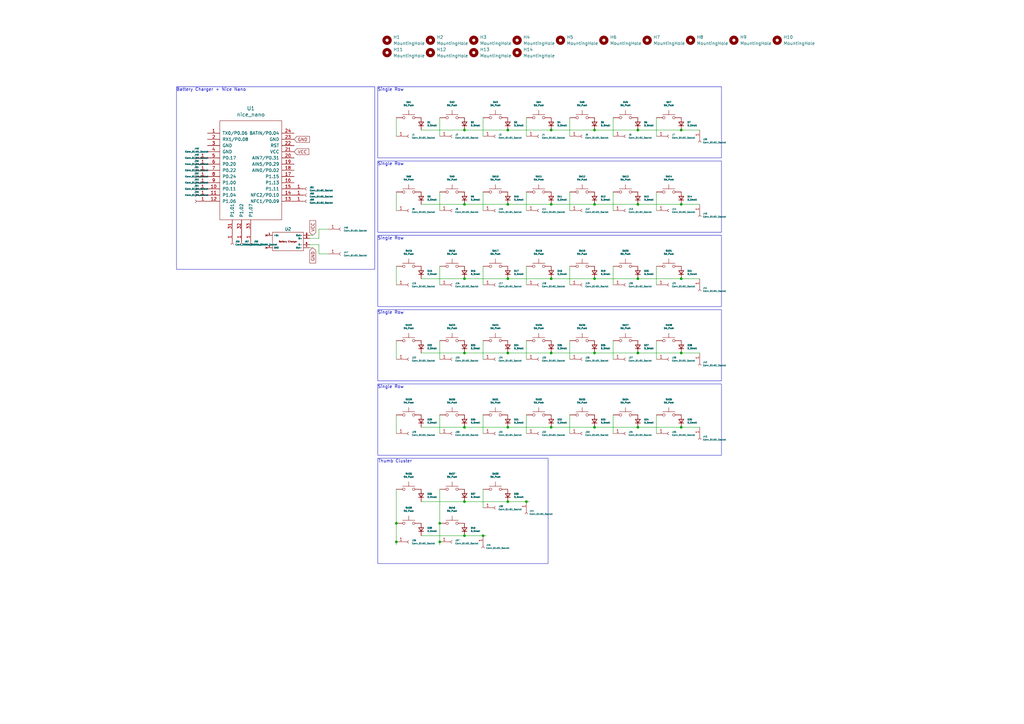
<source format=kicad_sch>
(kicad_sch (version 20231120) (generator "eeschema") (generator_version "8.0")
  (paper "A3")
  (junction (at 226.06 83.82))
  (junction (at 243.84 83.82))
  (junction (at 279.4 144.78))
  (junction (at 190.5 205.74))
  (junction (at 279.4 83.82))
  (junction (at 243.84 53.34))
  (junction (at 243.84 114.3))
  (junction (at 261.62 83.82))
  (junction (at 279.4 53.34))
  (junction (at 261.62 175.26))
  (junction (at 279.4 114.3))
  (junction (at 190.5 144.78))
  (junction (at 208.28 144.78))
  (junction (at 261.62 53.34))
  (junction (at 243.84 144.78))
  (junction (at 243.84 175.26))
  (junction (at 226.06 114.3))
  (junction (at 190.5 219.71))
  (junction (at 180.34 222.25))
  (junction (at 226.06 175.26))
  (junction (at 198.12 219.71))
  (junction (at 162.56 222.25))
  (junction (at 208.28 175.26))
  (junction (at 208.28 114.3))
  (junction (at 261.62 144.78))
  (junction (at 279.4 175.26))
  (junction (at 190.5 175.26))
  (junction (at 226.06 53.34))
  (junction (at 162.56 214.63))
  (junction (at 215.9 205.74))
  (junction (at 208.28 53.34))
  (junction (at 208.28 205.74))
  (junction (at 190.5 83.82))
  (junction (at 190.5 114.3))
  (junction (at 180.34 214.63))
  (junction (at 190.5 53.34))
  (junction (at 261.62 114.3))
  (junction (at 226.06 144.78))
  (junction (at 208.28 83.82))
  (wire (pts (xy 198.12 55.88) (xy 198.12 48.26)))
  (wire (pts (xy 162.56 222.25) (xy 162.56 214.63)))
  (wire (pts (xy 208.28 83.82) (xy 226.06 83.82)))
  (wire (pts (xy 180.34 78.74) (xy 180.34 86.36)))
  (wire (pts (xy 130.81 104.14) (xy 130.81 100.33)))
  (wire (pts (xy 162.56 55.88) (xy 162.56 48.26)))
  (wire (pts (xy 172.72 114.3) (xy 190.5 114.3)))
  (wire (pts (xy 190.5 144.78) (xy 208.28 144.78)))
  (wire (pts (xy 198.12 177.8) (xy 198.12 170.18)))
  (wire (pts (xy 287.02 53.34) (xy 279.4 53.34)))
  (wire (pts (xy 243.84 144.78) (xy 261.62 144.78)))
  (wire (pts (xy 127 97.79) (xy 130.81 97.79)))
  (wire (pts (xy 198.12 116.84) (xy 198.12 109.22)))
  (wire (pts (xy 127 96.52) (xy 128.27 96.52)))
  (wire (pts (xy 261.62 144.78) (xy 279.4 144.78)))
  (wire (pts (xy 233.68 55.88) (xy 233.68 48.26)))
  (wire (pts (xy 269.24 147.32) (xy 269.24 139.7)))
  (wire (pts (xy 130.81 93.98) (xy 134.62 93.98)))
  (wire (pts (xy 251.46 109.22) (xy 251.46 116.84)))
  (wire (pts (xy 180.34 214.63) (xy 180.34 200.66)))
  (wire (pts (xy 198.12 219.71) (xy 190.5 219.71)))
  (wire (pts (xy 172.72 175.26) (xy 190.5 175.26)))
  (wire (pts (xy 162.56 214.63) (xy 162.56 200.66)))
  (wire (pts (xy 190.5 175.26) (xy 208.28 175.26)))
  (wire (pts (xy 172.72 53.34) (xy 190.5 53.34)))
  (wire (pts (xy 180.34 222.25) (xy 180.34 214.63)))
  (wire (pts (xy 172.72 83.82) (xy 190.5 83.82)))
  (wire (pts (xy 190.5 114.3) (xy 208.28 114.3)))
  (wire (pts (xy 127 100.33) (xy 130.81 100.33)))
  (wire (pts (xy 134.62 104.14) (xy 130.81 104.14)))
  (wire (pts (xy 243.84 114.3) (xy 261.62 114.3)))
  (wire (pts (xy 180.34 170.18) (xy 180.34 177.8)))
  (wire (pts (xy 180.34 223.52) (xy 180.34 222.25)))
  (wire (pts (xy 233.68 147.32) (xy 233.68 139.7)))
  (wire (pts (xy 215.9 78.74) (xy 215.9 86.36)))
  (wire (pts (xy 180.34 109.22) (xy 180.34 116.84)))
  (wire (pts (xy 130.81 97.79) (xy 130.81 93.98)))
  (wire (pts (xy 269.24 116.84) (xy 269.24 109.22)))
  (wire (pts (xy 172.72 219.71) (xy 190.5 219.71)))
  (wire (pts (xy 198.12 147.32) (xy 198.12 139.7)))
  (wire (pts (xy 261.62 114.3) (xy 279.4 114.3)))
  (wire (pts (xy 226.06 144.78) (xy 243.84 144.78)))
  (wire (pts (xy 269.24 177.8) (xy 269.24 170.18)))
  (wire (pts (xy 180.34 48.26) (xy 180.34 55.88)))
  (wire (pts (xy 226.06 83.82) (xy 243.84 83.82)))
  (wire (pts (xy 233.68 177.8) (xy 233.68 170.18)))
  (wire (pts (xy 215.9 170.18) (xy 215.9 177.8)))
  (wire (pts (xy 261.62 53.34) (xy 279.4 53.34)))
  (wire (pts (xy 226.06 53.34) (xy 243.84 53.34)))
  (wire (pts (xy 162.56 86.36) (xy 162.56 78.74)))
  (wire (pts (xy 243.84 53.34) (xy 261.62 53.34)))
  (wire (pts (xy 190.5 205.74) (xy 208.28 205.74)))
  (wire (pts (xy 261.62 83.82) (xy 279.4 83.82)))
  (wire (pts (xy 261.62 175.26) (xy 279.4 175.26)))
  (wire (pts (xy 199.39 219.71) (xy 198.12 219.71)))
  (wire (pts (xy 172.72 144.78) (xy 190.5 144.78)))
  (wire (pts (xy 162.56 147.32) (xy 162.56 139.7)))
  (wire (pts (xy 251.46 48.26) (xy 251.46 55.88)))
  (wire (pts (xy 287.02 83.82) (xy 279.4 83.82)))
  (wire (pts (xy 243.84 175.26) (xy 261.62 175.26)))
  (wire (pts (xy 226.06 114.3) (xy 243.84 114.3)))
  (wire (pts (xy 287.02 144.78) (xy 279.4 144.78)))
  (wire (pts (xy 208.28 175.26) (xy 226.06 175.26)))
  (wire (pts (xy 215.9 205.74) (xy 208.28 205.74)))
  (wire (pts (xy 208.28 53.34) (xy 226.06 53.34)))
  (wire (pts (xy 162.56 223.52) (xy 162.56 222.25)))
  (wire (pts (xy 251.46 139.7) (xy 251.46 147.32)))
  (wire (pts (xy 251.46 170.18) (xy 251.46 177.8)))
  (wire (pts (xy 226.06 175.26) (xy 243.84 175.26)))
  (wire (pts (xy 180.34 139.7) (xy 180.34 147.32)))
  (wire (pts (xy 269.24 86.36) (xy 269.24 78.74)))
  (wire (pts (xy 233.68 86.36) (xy 233.68 78.74)))
  (wire (pts (xy 269.24 55.88) (xy 269.24 48.26)))
  (wire (pts (xy 243.84 83.82) (xy 261.62 83.82)))
  (wire (pts (xy 251.46 78.74) (xy 251.46 86.36)))
  (wire (pts (xy 215.9 139.7) (xy 215.9 147.32)))
  (wire (pts (xy 217.17 205.74) (xy 215.9 205.74)))
  (wire (pts (xy 198.12 208.28) (xy 198.12 200.66)))
  (wire (pts (xy 190.5 83.82) (xy 208.28 83.82)))
  (wire (pts (xy 162.56 177.8) (xy 162.56 170.18)))
  (wire (pts (xy 162.56 116.84) (xy 162.56 109.22)))
  (wire (pts (xy 215.9 48.26) (xy 215.9 55.88)))
  (wire (pts (xy 287.02 175.26) (xy 279.4 175.26)))
  (wire (pts (xy 233.68 116.84) (xy 233.68 109.22)))
  (wire (pts (xy 208.28 114.3) (xy 226.06 114.3)))
  (wire (pts (xy 172.72 205.74) (xy 190.5 205.74)))
  (wire (pts (xy 208.28 144.78) (xy 226.06 144.78)))
  (wire (pts (xy 287.02 114.3) (xy 279.4 114.3)))
  (wire (pts (xy 127 101.6) (xy 128.27 101.6)))
  (wire (pts (xy 215.9 109.22) (xy 215.9 116.84)))
  (wire (pts (xy 198.12 86.36) (xy 198.12 78.74)))
  (wire (pts (xy 190.5 53.34) (xy 208.28 53.34)))
  (rectangle (start 154.94 35.56) (end 295.91 64.77))
  (rectangle (start 72.39 35.56) (end 153.67 110.49))
  (rectangle (start 154.94 96.52) (end 295.91 125.73))
  (rectangle (start 154.94 127) (end 295.91 156.21))
  (rectangle (start 154.94 157.48) (end 295.91 186.69))
  (rectangle (start 154.94 66.04) (end 295.91 95.25))
  (rectangle (start 154.94 187.96) (end 224.79 231.14))
  (text "Thumb Cluster" (at 162.052 189.23 0) (effects (font (size 1.27 1.27))))
  (text "Single Row" (at 160.274 158.75 0) (effects (font (size 1.27 1.27))))
  (text "Battery Charger + Nice Nano" (at 86.614 36.83 0) (effects (font (size 1.27 1.27))))
  (text "Single Row" (at 160.274 36.83 0) (effects (font (size 1.27 1.27))))
  (text "Single Row" (at 160.274 97.79 0) (effects (font (size 1.27 1.27))))
  (text "Single Row" (at 160.274 128.27 0) (effects (font (size 1.27 1.27))))
  (text "Single Row" (at 160.274 67.31 0) (effects (font (size 1.27 1.27))))
  (global_label "GND" (shape input) (at 120.65 57.15 0) (property "Intersheetrefs" "${INTERSHEET_REFS}" (effects (hide yes))))
  (global_label "VCC" (shape input) (at 120.65 62.23 0) (property "Intersheetrefs" "${INTERSHEET_REFS}" (effects (hide yes))))
  (global_label "GND" (shape input) (at 128.27 101.6 270) (property "Intersheetrefs" "${INTERSHEET_REFS}" (effects (hide yes))))
  (global_label "VCC" (shape input) (at 128.27 96.52 90) (property "Intersheetrefs" "${INTERSHEET_REFS}" (effects (hide yes))))
  (symbol (lib_id "Connector:Conn_01x01_Socket") (at 167.64 116.84 0) (unit 1)
    (property "Reference" "J15" (at 168.91 116.205 0) (effects (font (size 0.635 0.635)) (justify left)))
    (property "Value" "Conn_01x01_Socket" (at 168.91 117.475 0) (effects (font (size 0.635 0.635)) (justify left)))
    (property "Footprint" "Connector_PinHeader_2.54mm:PinHeader_1x01_P2.54mm_Vertical" (effects (hide yes)))
    (property "Description" "Generic connector, single row, 01x01, script generated" (effects (hide yes)))
  )
  (symbol (lib_id "Mechanical:MountingHole") (at 194.31 21.59 0) (unit 1) (exclude_from_sim yes) (in_bom no)
    (property "Reference" "H13" (at 196.85 20.3199 0) (effects (justify left)))
    (property "Value" "MountingHole" (at 196.85 22.8599 0) (effects (justify left)))
    (property "Footprint" "MountingHole:MountingHole_4.3mm_M4" (effects (hide yes)))
    (property "Description" "Mounting Hole without connection" (effects (hide yes)))
  )
  (symbol (lib_id "Device:D_Small") (at 261.62 50.8 90) (unit 1)
    (property "Reference" "D6" (at 264.16 50.165 90) (effects (font (size 0.635 0.635)) (justify right)))
    (property "Value" "D_Small" (at 264.16 51.435 90) (effects (font (size 0.635 0.635)) (justify right)))
    (property "Footprint" "Diode_SMD:D_1206_3216Metric_Pad1.42x1.75mm_HandSolder" (effects (hide yes)))
    (property "Description" "Diode, small symbol" (effects (hide yes)))
    (property "Sim.Device" "D" (effects (hide yes)))
    (property "Sim.Pins" "1=K 2=A" (effects (hide yes)))
  )
  (symbol (lib_id "Connector:Conn_01x01_Socket") (at 274.32 55.88 0) (unit 1)
    (property "Reference" "J7" (at 275.59 55.245 0) (effects (font (size 0.635 0.635)) (justify left)))
    (property "Value" "Conn_01x01_Socket" (at 275.59 56.515 0) (effects (font (size 0.635 0.635)) (justify left)))
    (property "Footprint" "Connector_PinHeader_2.54mm:PinHeader_1x01_P2.54mm_Vertical" (effects (hide yes)))
    (property "Description" "Generic connector, single row, 01x01, script generated" (effects (hide yes)))
  )
  (symbol (lib_id "Switch:SW_Push") (at 185.42 48.26 0) (unit 1)
    (property "Reference" "SW2" (at 185.42 41.91 0) (effects (font (size 0.635 0.635))))
    (property "Value" "SW_Push" (at 185.42 43.18 0) (effects (font (size 0.635 0.635))))
    (property "Footprint" "Assets:SW Gateron Low Profile THT" (effects (hide yes)))
    (property "Description" "Push button switch, generic, two pins" (effects (hide yes)))
  )
  (symbol (lib_id "Connector:Conn_01x01_Socket") (at 203.2 86.36 0) (unit 1)
    (property "Reference" "J10" (at 204.47 85.725 0) (effects (font (size 0.635 0.635)) (justify left)))
    (property "Value" "Conn_01x01_Socket" (at 204.47 86.995 0) (effects (font (size 0.635 0.635)) (justify left)))
    (property "Footprint" "Connector_PinHeader_2.54mm:PinHeader_1x01_P2.54mm_Vertical" (effects (hide yes)))
    (property "Description" "Generic connector, single row, 01x01, script generated" (effects (hide yes)))
  )
  (symbol (lib_id "Connector:Conn_01x01_Socket") (at 238.76 116.84 0) (unit 1)
    (property "Reference" "J19" (at 240.03 116.205 0) (effects (font (size 0.635 0.635)) (justify left)))
    (property "Value" "Conn_01x01_Socket" (at 240.03 117.475 0) (effects (font (size 0.635 0.635)) (justify left)))
    (property "Footprint" "Connector_PinHeader_2.54mm:PinHeader_1x01_P2.54mm_Vertical" (effects (hide yes)))
    (property "Description" "Generic connector, single row, 01x01, script generated" (effects (hide yes)))
  )
  (symbol (lib_id "Connector:Conn_01x01_Socket") (at 203.2 208.28 0) (unit 1)
    (property "Reference" "J38" (at 204.47 207.645 0) (effects (font (size 0.635 0.635)) (justify left)))
    (property "Value" "Conn_01x01_Socket" (at 204.47 208.915 0) (effects (font (size 0.635 0.635)) (justify left)))
    (property "Footprint" "Connector_PinHeader_2.54mm:PinHeader_1x01_P2.54mm_Vertical" (effects (hide yes)))
    (property "Description" "Generic connector, single row, 01x01, script generated" (effects (hide yes)))
  )
  (symbol (lib_id "Switch:SW_Push") (at 256.54 48.26 0) (unit 1)
    (property "Reference" "SW6" (at 256.54 41.91 0) (effects (font (size 0.635 0.635))))
    (property "Value" "SW_Push" (at 256.54 43.18 0) (effects (font (size 0.635 0.635))))
    (property "Footprint" "Assets:SW Gateron Low Profile THT" (effects (hide yes)))
    (property "Description" "Push button switch, generic, two pins" (effects (hide yes)))
  )
  (symbol (lib_id "Device:D_Small") (at 208.28 172.72 90) (unit 1)
    (property "Reference" "D31" (at 210.82 172.085 90) (effects (font (size 0.635 0.635)) (justify right)))
    (property "Value" "D_Small" (at 210.82 173.355 90) (effects (font (size 0.635 0.635)) (justify right)))
    (property "Footprint" "Diode_SMD:D_1206_3216Metric_Pad1.42x1.75mm_HandSolder" (effects (hide yes)))
    (property "Description" "Diode, small symbol" (effects (hide yes)))
    (property "Sim.Device" "D" (effects (hide yes)))
    (property "Sim.Pins" "1=K 2=A" (effects (hide yes)))
  )
  (symbol (lib_id "Device:D_Small") (at 172.72 81.28 90) (unit 1)
    (property "Reference" "D8" (at 175.26 80.645 90) (effects (font (size 0.635 0.635)) (justify right)))
    (property "Value" "D_Small" (at 175.26 81.915 90) (effects (font (size 0.635 0.635)) (justify right)))
    (property "Footprint" "Diode_SMD:D_1206_3216Metric_Pad1.42x1.75mm_HandSolder" (effects (hide yes)))
    (property "Description" "Diode, small symbol" (effects (hide yes)))
    (property "Sim.Device" "D" (effects (hide yes)))
    (property "Sim.Pins" "1=K 2=A" (effects (hide yes)))
  )
  (symbol (lib_id "Switch:SW_Push") (at 274.32 48.26 0) (unit 1)
    (property "Reference" "SW7" (at 274.32 41.91 0) (effects (font (size 0.635 0.635))))
    (property "Value" "SW_Push" (at 274.32 43.18 0) (effects (font (size 0.635 0.635))))
    (property "Footprint" "Assets:SW Gateron Low Profile THT" (effects (hide yes)))
    (property "Description" "Push button switch, generic, two pins" (effects (hide yes)))
  )
  (symbol (lib_id "Device:D_Small") (at 243.84 111.76 90) (unit 1)
    (property "Reference" "D19" (at 246.38 111.125 90) (effects (font (size 0.635 0.635)) (justify right)))
    (property "Value" "D_Small" (at 246.38 112.395 90) (effects (font (size 0.635 0.635)) (justify right)))
    (property "Footprint" "Diode_SMD:D_1206_3216Metric_Pad1.42x1.75mm_HandSolder" (effects (hide yes)))
    (property "Description" "Diode, small symbol" (effects (hide yes)))
    (property "Sim.Device" "D" (effects (hide yes)))
    (property "Sim.Pins" "1=K 2=A" (effects (hide yes)))
  )
  (symbol (lib_id "Connector:Conn_01x01_Socket") (at 198.12 224.79 270) (unit 1)
    (property "Reference" "J45" (at 199.39 223.52 90) (effects (font (size 0.635 0.635)) (justify left)))
    (property "Value" "Conn_01x01_Socket" (at 199.39 224.79 90) (effects (font (size 0.635 0.635)) (justify left)))
    (property "Footprint" "Connector_PinHeader_2.54mm:PinHeader_1x01_P2.54mm_Vertical" (effects (hide yes)))
    (property "Description" "Generic connector, single row, 01x01, script generated" (effects (hide yes)))
  )
  (symbol (lib_id "Connector:Conn_01x01_Socket") (at 287.02 180.34 270) (unit 1)
    (property "Reference" "J43" (at 288.29 179.07 90) (effects (font (size 0.635 0.635)) (justify left)))
    (property "Value" "Conn_01x01_Socket" (at 288.29 180.34 90) (effects (font (size 0.635 0.635)) (justify left)))
    (property "Footprint" "Connector_PinHeader_2.54mm:PinHeader_1x01_P2.54mm_Vertical" (effects (hide yes)))
    (property "Description" "Generic connector, single row, 01x01, script generated" (effects (hide yes)))
  )
  (symbol (lib_id "Device:D_Small") (at 243.84 142.24 90) (unit 1)
    (property "Reference" "D26" (at 246.38 141.605 90) (effects (font (size 0.635 0.635)) (justify right)))
    (property "Value" "D_Small" (at 246.38 142.875 90) (effects (font (size 0.635 0.635)) (justify right)))
    (property "Footprint" "Diode_SMD:D_1206_3216Metric_Pad1.42x1.75mm_HandSolder" (effects (hide yes)))
    (property "Description" "Diode, small symbol" (effects (hide yes)))
    (property "Sim.Device" "D" (effects (hide yes)))
    (property "Sim.Pins" "1=K 2=A" (effects (hide yes)))
  )
  (symbol (lib_id "Device:D_Small") (at 226.06 142.24 90) (unit 1)
    (property "Reference" "D25" (at 228.6 141.605 90) (effects (font (size 0.635 0.635)) (justify right)))
    (property "Value" "D_Small" (at 228.6 142.875 90) (effects (font (size 0.635 0.635)) (justify right)))
    (property "Footprint" "Diode_SMD:D_1206_3216Metric_Pad1.42x1.75mm_HandSolder" (effects (hide yes)))
    (property "Description" "Diode, small symbol" (effects (hide yes)))
    (property "Sim.Device" "D" (effects (hide yes)))
    (property "Sim.Pins" "1=K 2=A" (effects (hide yes)))
  )
  (symbol (lib_id "Connector:Conn_01x01_Socket") (at 99.06 100.33 270) (unit 1)
    (property "Reference" "J57" (at 100.33 99.06 90) (effects (font (size 0.635 0.635)) (justify left)))
    (property "Value" "Conn_01x01_Socket" (at 100.33 100.33 90) (effects (font (size 0.635 0.635)) (justify left)))
    (property "Footprint" "Connector_PinHeader_2.00mm:PinHeader_1x01_P2.00mm_Vertical" (effects (hide yes)))
    (property "Description" "Generic connector, single row, 01x01, script generated" (effects (hide yes)))
  )
  (symbol (lib_id "Connector:Conn_01x01_Socket") (at 256.54 147.32 0) (unit 1)
    (property "Reference" "J27" (at 257.81 146.685 0) (effects (font (size 0.635 0.635)) (justify left)))
    (property "Value" "Conn_01x01_Socket" (at 257.81 147.955 0) (effects (font (size 0.635 0.635)) (justify left)))
    (property "Footprint" "Connector_PinHeader_2.54mm:PinHeader_1x01_P2.54mm_Vertical" (effects (hide yes)))
    (property "Description" "Generic connector, single row, 01x01, script generated" (effects (hide yes)))
  )
  (symbol (lib_id "Connector:Conn_01x01_Socket") (at 220.98 147.32 0) (unit 1)
    (property "Reference" "J25" (at 222.25 146.685 0) (effects (font (size 0.635 0.635)) (justify left)))
    (property "Value" "Conn_01x01_Socket" (at 222.25 147.955 0) (effects (font (size 0.635 0.635)) (justify left)))
    (property "Footprint" "Connector_PinHeader_2.54mm:PinHeader_1x01_P2.54mm_Vertical" (effects (hide yes)))
    (property "Description" "Generic connector, single row, 01x01, script generated" (effects (hide yes)))
  )
  (symbol (lib_id "Device:D_Small") (at 226.06 50.8 90) (unit 1)
    (property "Reference" "D4" (at 228.6 50.165 90) (effects (font (size 0.635 0.635)) (justify right)))
    (property "Value" "D_Small" (at 228.6 51.435 90) (effects (font (size 0.635 0.635)) (justify right)))
    (property "Footprint" "Diode_SMD:D_1206_3216Metric_Pad1.42x1.75mm_HandSolder" (effects (hide yes)))
    (property "Description" "Diode, small symbol" (effects (hide yes)))
    (property "Sim.Device" "D" (effects (hide yes)))
    (property "Sim.Pins" "1=K 2=A" (effects (hide yes)))
  )
  (symbol (lib_id "Connector:Conn_01x01_Socket") (at 203.2 177.8 0) (unit 1)
    (property "Reference" "J31" (at 204.47 177.165 0) (effects (font (size 0.635 0.635)) (justify left)))
    (property "Value" "Conn_01x01_Socket" (at 204.47 178.435 0) (effects (font (size 0.635 0.635)) (justify left)))
    (property "Footprint" "Connector_PinHeader_2.54mm:PinHeader_1x01_P2.54mm_Vertical" (effects (hide yes)))
    (property "Description" "Generic connector, single row, 01x01, script generated" (effects (hide yes)))
  )
  (symbol (lib_id "Switch:SW_Push") (at 203.2 78.74 0) (unit 1)
    (property "Reference" "SW10" (at 203.2 72.39 0) (effects (font (size 0.635 0.635))))
    (property "Value" "SW_Push" (at 203.2 73.66 0) (effects (font (size 0.635 0.635))))
    (property "Footprint" "Assets:SW Gateron Low Profile THT" (effects (hide yes)))
    (property "Description" "Push button switch, generic, two pins" (effects (hide yes)))
  )
  (symbol (lib_id "Connector:Conn_01x01_Socket") (at 80.01 80.01 180) (unit 1)
    (property "Reference" "J54" (at 80.645 76.2 0) (effects (font (size 0.635 0.635))))
    (property "Value" "Conn_01x01_Socket" (at 80.645 77.47 0) (effects (font (size 0.635 0.635))))
    (property "Footprint" "Connector_PinHeader_2.00mm:PinHeader_1x01_P2.00mm_Vertical" (effects (hide yes)))
    (property "Description" "Generic connector, single row, 01x01, script generated" (effects (hide yes)))
  )
  (symbol (lib_id "Switch:SW_Push") (at 167.64 109.22 0) (unit 1)
    (property "Reference" "SW15" (at 167.64 102.87 0) (effects (font (size 0.635 0.635))))
    (property "Value" "SW_Push" (at 167.64 104.14 0) (effects (font (size 0.635 0.635))))
    (property "Footprint" "Assets:SW Gateron Low Profile THT" (effects (hide yes)))
    (property "Description" "Push button switch, generic, two pins" (effects (hide yes)))
  )
  (symbol (lib_id "Switch:SW_Push") (at 220.98 139.7 0) (unit 1)
    (property "Reference" "SW25" (at 220.98 133.35 0) (effects (font (size 0.635 0.635))))
    (property "Value" "SW_Push" (at 220.98 134.62 0) (effects (font (size 0.635 0.635))))
    (property "Footprint" "Assets:SW Gateron Low Profile THT" (effects (hide yes)))
    (property "Description" "Push button switch, generic, two pins" (effects (hide yes)))
  )
  (symbol (lib_id "Device:D_Small") (at 190.5 81.28 90) (unit 1)
    (property "Reference" "D9" (at 193.04 80.645 90) (effects (font (size 0.635 0.635)) (justify right)))
    (property "Value" "D_Small" (at 193.04 81.915 90) (effects (font (size 0.635 0.635)) (justify right)))
    (property "Footprint" "Diode_SMD:D_1206_3216Metric_Pad1.42x1.75mm_HandSolder" (effects (hide yes)))
    (property "Description" "Diode, small symbol" (effects (hide yes)))
    (property "Sim.Device" "D" (effects (hide yes)))
    (property "Sim.Pins" "1=K 2=A" (effects (hide yes)))
  )
  (symbol (lib_id "Connector:Conn_01x01_Socket") (at 287.02 58.42 270) (unit 1)
    (property "Reference" "J39" (at 288.29 57.15 90) (effects (font (size 0.635 0.635)) (justify left)))
    (property "Value" "Conn_01x01_Socket" (at 288.29 58.42 90) (effects (font (size 0.635 0.635)) (justify left)))
    (property "Footprint" "Connector_PinHeader_2.54mm:PinHeader_1x01_P2.54mm_Vertical" (effects (hide yes)))
    (property "Description" "Generic connector, single row, 01x01, script generated" (effects (hide yes)))
  )
  (symbol (lib_id "Mechanical:MountingHole") (at 283.21 16.51 0) (unit 1) (exclude_from_sim yes) (in_bom no)
    (property "Reference" "H8" (at 285.75 15.2399 0) (effects (justify left)))
    (property "Value" "MountingHole" (at 285.75 17.7799 0) (effects (justify left)))
    (property "Footprint" "MountingHole:MountingHole_4.3mm_M4" (effects (hide yes)))
    (property "Description" "Mounting Hole without connection" (effects (hide yes)))
  )
  (symbol (lib_id "Switch:SW_Push") (at 203.2 48.26 0) (unit 1)
    (property "Reference" "SW3" (at 203.2 41.91 0) (effects (font (size 0.635 0.635))))
    (property "Value" "SW_Push" (at 203.2 43.18 0) (effects (font (size 0.635 0.635))))
    (property "Footprint" "Assets:SW Gateron Low Profile THT" (effects (hide yes)))
    (property "Description" "Push button switch, generic, two pins" (effects (hide yes)))
  )
  (symbol (lib_id "Connector:Conn_01x01_Socket") (at 125.73 77.47 0) (unit 1)
    (property "Reference" "J61" (at 127 76.835 0) (effects (font (size 0.635 0.635)) (justify left)))
    (property "Value" "Conn_01x01_Socket" (at 127 78.105 0) (effects (font (size 0.635 0.635)) (justify left)))
    (property "Footprint" "Connector_PinHeader_2.00mm:PinHeader_1x01_P2.00mm_Vertical" (effects (hide yes)))
    (property "Description" "Generic connector, single row, 01x01, script generated" (effects (hide yes)))
  )
  (symbol (lib_id "Connector:Conn_01x01_Socket") (at 125.73 82.55 0) (unit 1)
    (property "Reference" "J59" (at 127 81.915 0) (effects (font (size 0.635 0.635)) (justify left)))
    (property "Value" "Conn_01x01_Socket" (at 127 83.185 0) (effects (font (size 0.635 0.635)) (justify left)))
    (property "Footprint" "Connector_PinHeader_2.00mm:PinHeader_1x01_P2.00mm_Vertical" (effects (hide yes)))
    (property "Description" "Generic connector, single row, 01x01, script generated" (effects (hide yes)))
  )
  (symbol (lib_id "Switch:SW_Push") (at 256.54 170.18 0) (unit 1)
    (property "Reference" "SW34" (at 256.54 163.83 0) (effects (font (size 0.635 0.635))))
    (property "Value" "SW_Push" (at 256.54 165.1 0) (effects (font (size 0.635 0.635))))
    (property "Footprint" "Assets:SW Gateron Low Profile THT" (effects (hide yes)))
    (property "Description" "Push button switch, generic, two pins" (effects (hide yes)))
  )
  (symbol (lib_id "Device:D_Small") (at 208.28 142.24 90) (unit 1)
    (property "Reference" "D24" (at 210.82 141.605 90) (effects (font (size 0.635 0.635)) (justify right)))
    (property "Value" "D_Small" (at 210.82 142.875 90) (effects (font (size 0.635 0.635)) (justify right)))
    (property "Footprint" "Diode_SMD:D_1206_3216Metric_Pad1.42x1.75mm_HandSolder" (effects (hide yes)))
    (property "Description" "Diode, small symbol" (effects (hide yes)))
    (property "Sim.Device" "D" (effects (hide yes)))
    (property "Sim.Pins" "1=K 2=A" (effects (hide yes)))
  )
  (symbol (lib_id "Connector:Conn_01x01_Socket") (at 274.32 177.8 0) (unit 1)
    (property "Reference" "J35" (at 275.59 177.165 0) (effects (font (size 0.635 0.635)) (justify left)))
    (property "Value" "Conn_01x01_Socket" (at 275.59 178.435 0) (effects (font (size 0.635 0.635)) (justify left)))
    (property "Footprint" "Connector_PinHeader_2.54mm:PinHeader_1x01_P2.54mm_Vertical" (effects (hide yes)))
    (property "Description" "Generic connector, single row, 01x01, script generated" (effects (hide yes)))
  )
  (symbol (lib_id "Connector:Conn_01x01_Socket") (at 80.01 77.47 180) (unit 1)
    (property "Reference" "J53" (at 80.645 73.66 0) (effects (font (size 0.635 0.635))))
    (property "Value" "Conn_01x01_Socket" (at 80.645 74.93 0) (effects (font (size 0.635 0.635))))
    (property "Footprint" "Connector_PinHeader_2.00mm:PinHeader_1x01_P2.00mm_Vertical" (effects (hide yes)))
    (property "Description" "Generic connector, single row, 01x01, script generated" (effects (hide yes)))
  )
  (symbol (lib_id "Connector:Conn_01x01_Socket") (at 185.42 147.32 0) (unit 1)
    (property "Reference" "J23" (at 186.69 146.685 0) (effects (font (size 0.635 0.635)) (justify left)))
    (property "Value" "Conn_01x01_Socket" (at 186.69 147.955 0) (effects (font (size 0.635 0.635)) (justify left)))
    (property "Footprint" "Connector_PinHeader_2.54mm:PinHeader_1x01_P2.54mm_Vertical" (effects (hide yes)))
    (property "Description" "Generic connector, single row, 01x01, script generated" (effects (hide yes)))
  )
  (symbol (lib_id "Mechanical:MountingHole") (at 176.53 21.59 0) (unit 1) (exclude_from_sim yes) (in_bom no)
    (property "Reference" "H12" (at 179.07 20.3199 0) (effects (justify left)))
    (property "Value" "MountingHole" (at 179.07 22.8599 0) (effects (justify left)))
    (property "Footprint" "MountingHole:MountingHole_4.3mm_M4" (effects (hide yes)))
    (property "Description" "Mounting Hole without connection" (effects (hide yes)))
  )
  (symbol (lib_id "Switch:SW_Push") (at 220.98 48.26 0) (unit 1)
    (property "Reference" "SW4" (at 220.98 41.91 0) (effects (font (size 0.635 0.635))))
    (property "Value" "SW_Push" (at 220.98 43.18 0) (effects (font (size 0.635 0.635))))
    (property "Footprint" "Assets:SW Gateron Low Profile THT" (effects (hide yes)))
    (property "Description" "Push button switch, generic, two pins" (effects (hide yes)))
  )
  (symbol (lib_id "TP4056:TP4056_Charging_Module") (at 118.11 99.06 0) (unit 1)
    (property "Reference" "U2" (at 118.11 93.98 0))
    (property "Value" "~" (at 118.11 93.98 0))
    (property "Footprint" "Assets:TP4056 18650" (effects (hide yes)))
  )
  (symbol (lib_id "Connector:Conn_01x01_Socket") (at 80.01 82.55 180) (unit 1)
    (property "Reference" "J55" (at 80.645 78.74 0) (effects (font (size 0.635 0.635))))
    (property "Value" "Conn_01x01_Socket" (at 80.645 80.01 0) (effects (font (size 0.635 0.635))))
    (property "Footprint" "Connector_PinHeader_2.00mm:PinHeader_1x01_P2.00mm_Vertical" (effects (hide yes)))
    (property "Description" "Generic connector, single row, 01x01, script generated" (effects (hide yes)))
  )
  (symbol (lib_id "Connector:Conn_01x01_Socket") (at 167.64 222.25 0) (unit 1)
    (property "Reference" "J36" (at 168.91 221.615 0) (effects (font (size 0.635 0.635)) (justify left)))
    (property "Value" "Conn_01x01_Socket" (at 168.91 222.885 0) (effects (font (size 0.635 0.635)) (justify left)))
    (property "Footprint" "Connector_PinHeader_2.54mm:PinHeader_1x01_P2.54mm_Vertical" (effects (hide yes)))
    (property "Description" "Generic connector, single row, 01x01, script generated" (effects (hide yes)))
  )
  (symbol (lib_id "Connector:Conn_01x01_Socket") (at 238.76 147.32 0) (unit 1)
    (property "Reference" "J26" (at 240.03 146.685 0) (effects (font (size 0.635 0.635)) (justify left)))
    (property "Value" "Conn_01x01_Socket" (at 240.03 147.955 0) (effects (font (size 0.635 0.635)) (justify left)))
    (property "Footprint" "Connector_PinHeader_2.54mm:PinHeader_1x01_P2.54mm_Vertical" (effects (hide yes)))
    (property "Description" "Generic connector, single row, 01x01, script generated" (effects (hide yes)))
  )
  (symbol (lib_id "Connector:Conn_01x01_Socket") (at 220.98 116.84 0) (unit 1)
    (property "Reference" "J18" (at 222.25 116.205 0) (effects (font (size 0.635 0.635)) (justify left)))
    (property "Value" "Conn_01x01_Socket" (at 222.25 117.475 0) (effects (font (size 0.635 0.635)) (justify left)))
    (property "Footprint" "Connector_PinHeader_2.54mm:PinHeader_1x01_P2.54mm_Vertical" (effects (hide yes)))
    (property "Description" "Generic connector, single row, 01x01, script generated" (effects (hide yes)))
  )
  (symbol (lib_id "Switch:SW_Push") (at 185.42 214.63 0) (unit 1)
    (property "Reference" "SW40" (at 185.42 208.28 0) (effects (font (size 0.635 0.635))))
    (property "Value" "SW_Push" (at 185.42 209.55 0) (effects (font (size 0.635 0.635))))
    (property "Footprint" "Assets:SW Gateron Low Profile THT" (effects (hide yes)))
    (property "Description" "Push button switch, generic, two pins" (effects (hide yes)))
  )
  (symbol (lib_id "Device:D_Small") (at 261.62 111.76 90) (unit 1)
    (property "Reference" "D20" (at 264.16 111.125 90) (effects (font (size 0.635 0.635)) (justify right)))
    (property "Value" "D_Small" (at 264.16 112.395 90) (effects (font (size 0.635 0.635)) (justify right)))
    (property "Footprint" "Diode_SMD:D_1206_3216Metric_Pad1.42x1.75mm_HandSolder" (effects (hide yes)))
    (property "Description" "Diode, small symbol" (effects (hide yes)))
    (property "Sim.Device" "D" (effects (hide yes)))
    (property "Sim.Pins" "1=K 2=A" (effects (hide yes)))
  )
  (symbol (lib_id "Device:D_Small") (at 172.72 172.72 90) (unit 1)
    (property "Reference" "D29" (at 175.26 172.085 90) (effects (font (size 0.635 0.635)) (justify right)))
    (property "Value" "D_Small" (at 175.26 173.355 90) (effects (font (size 0.635 0.635)) (justify right)))
    (property "Footprint" "Diode_SMD:D_1206_3216Metric_Pad1.42x1.75mm_HandSolder" (effects (hide yes)))
    (property "Description" "Diode, small symbol" (effects (hide yes)))
    (property "Sim.Device" "D" (effects (hide yes)))
    (property "Sim.Pins" "1=K 2=A" (effects (hide yes)))
  )
  (symbol (lib_id "Device:D_Small") (at 279.4 142.24 90) (unit 1)
    (property "Reference" "D28" (at 281.94 141.605 90) (effects (font (size 0.635 0.635)) (justify right)))
    (property "Value" "D_Small" (at 281.94 142.875 90) (effects (font (size 0.635 0.635)) (justify right)))
    (property "Footprint" "Diode_SMD:D_1206_3216Metric_Pad1.42x1.75mm_HandSolder" (effects (hide yes)))
    (property "Description" "Diode, small symbol" (effects (hide yes)))
    (property "Sim.Device" "D" (effects (hide yes)))
    (property "Sim.Pins" "1=K 2=A" (effects (hide yes)))
  )
  (symbol (lib_id "Switch:SW_Push") (at 238.76 48.26 0) (unit 1)
    (property "Reference" "SW5" (at 238.76 41.91 0) (effects (font (size 0.635 0.635))))
    (property "Value" "SW_Push" (at 238.76 43.18 0) (effects (font (size 0.635 0.635))))
    (property "Footprint" "Assets:SW Gateron Low Profile THT" (effects (hide yes)))
    (property "Description" "Push button switch, generic, two pins" (effects (hide yes)))
  )
  (symbol (lib_id "Device:D_Small") (at 226.06 111.76 90) (unit 1)
    (property "Reference" "D18" (at 228.6 111.125 90) (effects (font (size 0.635 0.635)) (justify right)))
    (property "Value" "D_Small" (at 228.6 112.395 90) (effects (font (size 0.635 0.635)) (justify right)))
    (property "Footprint" "Diode_SMD:D_1206_3216Metric_Pad1.42x1.75mm_HandSolder" (effects (hide yes)))
    (property "Description" "Diode, small symbol" (effects (hide yes)))
    (property "Sim.Device" "D" (effects (hide yes)))
    (property "Sim.Pins" "1=K 2=A" (effects (hide yes)))
  )
  (symbol (lib_id "Switch:SW_Push") (at 238.76 78.74 0) (unit 1)
    (property "Reference" "SW12" (at 238.76 72.39 0) (effects (font (size 0.635 0.635))))
    (property "Value" "SW_Push" (at 238.76 73.66 0) (effects (font (size 0.635 0.635))))
    (property "Footprint" "Assets:SW Gateron Low Profile THT" (effects (hide yes)))
    (property "Description" "Push button switch, generic, two pins" (effects (hide yes)))
  )
  (symbol (lib_id "Device:D_Small") (at 190.5 111.76 90) (unit 1)
    (property "Reference" "D16" (at 193.04 111.125 90) (effects (font (size 0.635 0.635)) (justify right)))
    (property "Value" "D_Small" (at 193.04 112.395 90) (effects (font (size 0.635 0.635)) (justify right)))
    (property "Footprint" "Diode_SMD:D_1206_3216Metric_Pad1.42x1.75mm_HandSolder" (effects (hide yes)))
    (property "Description" "Diode, small symbol" (effects (hide yes)))
    (property "Sim.Device" "D" (effects (hide yes)))
    (property "Sim.Pins" "1=K 2=A" (effects (hide yes)))
  )
  (symbol (lib_id "Connector:Conn_01x01_Socket") (at 102.87 100.33 270) (unit 1)
    (property "Reference" "J58" (at 104.14 99.06 90) (effects (font (size 0.635 0.635)) (justify left)))
    (property "Value" "Conn_01x01_Socket" (at 104.14 100.33 90) (effects (font (size 0.635 0.635)) (justify left)))
    (property "Footprint" "Connector_PinHeader_2.00mm:PinHeader_1x01_P2.00mm_Vertical" (effects (hide yes)))
    (property "Description" "Generic connector, single row, 01x01, script generated" (effects (hide yes)))
  )
  (symbol (lib_id "Device:D_Small") (at 208.28 203.2 90) (unit 1)
    (property "Reference" "D38" (at 210.82 202.565 90) (effects (font (size 0.635 0.635)) (justify right)))
    (property "Value" "D_Small" (at 210.82 203.835 90) (effects (font (size 0.635 0.635)) (justify right)))
    (property "Footprint" "Diode_SMD:D_1206_3216Metric_Pad1.42x1.75mm_HandSolder" (effects (hide yes)))
    (property "Description" "Diode, small symbol" (effects (hide yes)))
    (property "Sim.Device" "D" (effects (hide yes)))
    (property "Sim.Pins" "1=K 2=A" (effects (hide yes)))
  )
  (symbol (lib_id "Device:D_Small") (at 190.5 203.2 90) (unit 1)
    (property "Reference" "D37" (at 193.04 202.565 90) (effects (font (size 0.635 0.635)) (justify right)))
    (property "Value" "D_Small" (at 193.04 203.835 90) (effects (font (size 0.635 0.635)) (justify right)))
    (property "Footprint" "Diode_SMD:D_1206_3216Metric_Pad1.42x1.75mm_HandSolder" (effects (hide yes)))
    (property "Description" "Diode, small symbol" (effects (hide yes)))
    (property "Sim.Device" "D" (effects (hide yes)))
    (property "Sim.Pins" "1=K 2=A" (effects (hide yes)))
  )
  (symbol (lib_id "Connector:Conn_01x01_Socket") (at 203.2 55.88 0) (unit 1)
    (property "Reference" "J3" (at 204.47 55.245 0) (effects (font (size 0.635 0.635)) (justify left)))
    (property "Value" "Conn_01x01_Socket" (at 204.47 56.515 0) (effects (font (size 0.635 0.635)) (justify left)))
    (property "Footprint" "Connector_PinHeader_2.54mm:PinHeader_1x01_P2.54mm_Vertical" (effects (hide yes)))
    (property "Description" "Generic connector, single row, 01x01, script generated" (effects (hide yes)))
  )
  (symbol (lib_id "Connector:Conn_01x01_Socket") (at 167.64 177.8 0) (unit 1)
    (property "Reference" "J29" (at 168.91 177.165 0) (effects (font (size 0.635 0.635)) (justify left)))
    (property "Value" "Conn_01x01_Socket" (at 168.91 178.435 0) (effects (font (size 0.635 0.635)) (justify left)))
    (property "Footprint" "Connector_PinHeader_2.54mm:PinHeader_1x01_P2.54mm_Vertical" (effects (hide yes)))
    (property "Description" "Generic connector, single row, 01x01, script generated" (effects (hide yes)))
  )
  (symbol (lib_id "Mechanical:MountingHole") (at 318.77 16.51 0) (unit 1) (exclude_from_sim yes) (in_bom no)
    (property "Reference" "H10" (at 321.31 15.2399 0) (effects (justify left)))
    (property "Value" "MountingHole" (at 321.31 17.7799 0) (effects (justify left)))
    (property "Footprint" "MountingHole:MountingHole_4.3mm_M4" (effects (hide yes)))
    (property "Description" "Mounting Hole without connection" (effects (hide yes)))
  )
  (symbol (lib_id "Switch:SW_Push") (at 220.98 170.18 0) (unit 1)
    (property "Reference" "SW32" (at 220.98 163.83 0) (effects (font (size 0.635 0.635))))
    (property "Value" "SW_Push" (at 220.98 165.1 0) (effects (font (size 0.635 0.635))))
    (property "Footprint" "Assets:SW Gateron Low Profile THT" (effects (hide yes)))
    (property "Description" "Push button switch, generic, two pins" (effects (hide yes)))
  )
  (symbol (lib_id "Connector:Conn_01x01_Socket") (at 80.01 67.31 180) (unit 1)
    (property "Reference" "J49" (at 80.645 63.5 0) (effects (font (size 0.635 0.635))))
    (property "Value" "Conn_01x01_Socket" (at 80.645 64.77 0) (effects (font (size 0.635 0.635))))
    (property "Footprint" "Connector_PinHeader_2.00mm:PinHeader_1x01_P2.00mm_Vertical" (effects (hide yes)))
    (property "Description" "Generic connector, single row, 01x01, script generated" (effects (hide yes)))
  )
  (symbol (lib_id "Switch:SW_Push") (at 185.42 109.22 0) (unit 1)
    (property "Reference" "SW16" (at 185.42 102.87 0) (effects (font (size 0.635 0.635))))
    (property "Value" "SW_Push" (at 185.42 104.14 0) (effects (font (size 0.635 0.635))))
    (property "Footprint" "Assets:SW Gateron Low Profile THT" (effects (hide yes)))
    (property "Description" "Push button switch, generic, two pins" (effects (hide yes)))
  )
  (symbol (lib_id "Connector:Conn_01x01_Socket") (at 238.76 86.36 0) (unit 1)
    (property "Reference" "J12" (at 240.03 85.725 0) (effects (font (size 0.635 0.635)) (justify left)))
    (property "Value" "Conn_01x01_Socket" (at 240.03 86.995 0) (effects (font (size 0.635 0.635)) (justify left)))
    (property "Footprint" "Connector_PinHeader_2.54mm:PinHeader_1x01_P2.54mm_Vertical" (effects (hide yes)))
    (property "Description" "Generic connector, single row, 01x01, script generated" (effects (hide yes)))
  )
  (symbol (lib_id "Device:D_Small") (at 190.5 50.8 90) (unit 1)
    (property "Reference" "D2" (at 193.04 50.165 90) (effects (font (size 0.635 0.635)) (justify right)))
    (property "Value" "D_Small" (at 193.04 51.435 90) (effects (font (size 0.635 0.635)) (justify right)))
    (property "Footprint" "Diode_SMD:D_1206_3216Metric_Pad1.42x1.75mm_HandSolder" (effects (hide yes)))
    (property "Description" "Diode, small symbol" (effects (hide yes)))
    (property "Sim.Device" "D" (effects (hide yes)))
    (property "Sim.Pins" "1=K 2=A" (effects (hide yes)))
  )
  (symbol (lib_id "Connector:Conn_01x01_Socket") (at 80.01 69.85 180) (unit 1)
    (property "Reference" "J50" (at 80.645 66.04 0) (effects (font (size 0.635 0.635))))
    (property "Value" "Conn_01x01_Socket" (at 80.645 67.31 0) (effects (font (size 0.635 0.635))))
    (property "Footprint" "Connector_PinHeader_2.00mm:PinHeader_1x01_P2.00mm_Vertical" (effects (hide yes)))
    (property "Description" "Generic connector, single row, 01x01, script generated" (effects (hide yes)))
  )
  (symbol (lib_id "Connector:Conn_01x01_Socket") (at 185.42 86.36 0) (unit 1)
    (property "Reference" "J9" (at 186.69 85.725 0) (effects (font (size 0.635 0.635)) (justify left)))
    (property "Value" "Conn_01x01_Socket" (at 186.69 86.995 0) (effects (font (size 0.635 0.635)) (justify left)))
    (property "Footprint" "Connector_PinHeader_2.54mm:PinHeader_1x01_P2.54mm_Vertical" (effects (hide yes)))
    (property "Description" "Generic connector, single row, 01x01, script generated" (effects (hide yes)))
  )
  (symbol (lib_id "Device:D_Small") (at 190.5 142.24 90) (unit 1)
    (property "Reference" "D23" (at 193.04 141.605 90) (effects (font (size 0.635 0.635)) (justify right)))
    (property "Value" "D_Small" (at 193.04 142.875 90) (effects (font (size 0.635 0.635)) (justify right)))
    (property "Footprint" "Diode_SMD:D_1206_3216Metric_Pad1.42x1.75mm_HandSolder" (effects (hide yes)))
    (property "Description" "Diode, small symbol" (effects (hide yes)))
    (property "Sim.Device" "D" (effects (hide yes)))
    (property "Sim.Pins" "1=K 2=A" (effects (hide yes)))
  )
  (symbol (lib_id "Connector:Conn_01x01_Socket") (at 287.02 149.86 270) (unit 1)
    (property "Reference" "J42" (at 288.29 148.59 90) (effects (font (size 0.635 0.635)) (justify left)))
    (property "Value" "Conn_01x01_Socket" (at 288.29 149.86 90) (effects (font (size 0.635 0.635)) (justify left)))
    (property "Footprint" "Connector_PinHeader_2.54mm:PinHeader_1x01_P2.54mm_Vertical" (effects (hide yes)))
    (property "Description" "Generic connector, single row, 01x01, script generated" (effects (hide yes)))
  )
  (symbol (lib_id "Device:D_Small") (at 190.5 217.17 90) (unit 1)
    (property "Reference" "D40" (at 193.04 216.535 90) (effects (font (size 0.635 0.635)) (justify right)))
    (property "Value" "D_Small" (at 193.04 217.805 90) (effects (font (size 0.635 0.635)) (justify right)))
    (property "Footprint" "Diode_SMD:D_1206_3216Metric_Pad1.42x1.75mm_HandSolder" (effects (hide yes)))
    (property "Description" "Diode, small symbol" (effects (hide yes)))
    (property "Sim.Device" "D" (effects (hide yes)))
    (property "Sim.Pins" "1=K 2=A" (effects (hide yes)))
  )
  (symbol (lib_id "Connector:Conn_01x01_Socket") (at 256.54 177.8 0) (unit 1)
    (property "Reference" "J34" (at 257.81 177.165 0) (effects (font (size 0.635 0.635)) (justify left)))
    (property "Value" "Conn_01x01_Socket" (at 257.81 178.435 0) (effects (font (size 0.635 0.635)) (justify left)))
    (property "Footprint" "Connector_PinHeader_2.54mm:PinHeader_1x01_P2.54mm_Vertical" (effects (hide yes)))
    (property "Description" "Generic connector, single row, 01x01, script generated" (effects (hide yes)))
  )
  (symbol (lib_id "Connector:Conn_01x01_Socket") (at 274.32 86.36 0) (unit 1)
    (property "Reference" "J14" (at 275.59 85.725 0) (effects (font (size 0.635 0.635)) (justify left)))
    (property "Value" "Conn_01x01_Socket" (at 275.59 86.995 0) (effects (font (size 0.635 0.635)) (justify left)))
    (property "Footprint" "Connector_PinHeader_2.54mm:PinHeader_1x01_P2.54mm_Vertical" (effects (hide yes)))
    (property "Description" "Generic connector, single row, 01x01, script generated" (effects (hide yes)))
  )
  (symbol (lib_id "Connector:Conn_01x01_Socket") (at 185.42 177.8 0) (unit 1)
    (property "Reference" "J30" (at 186.69 177.165 0) (effects (font (size 0.635 0.635)) (justify left)))
    (property "Value" "Conn_01x01_Socket" (at 186.69 178.435 0) (effects (font (size 0.635 0.635)) (justify left)))
    (property "Footprint" "Connector_PinHeader_2.54mm:PinHeader_1x01_P2.54mm_Vertical" (effects (hide yes)))
    (property "Description" "Generic connector, single row, 01x01, script generated" (effects (hide yes)))
  )
  (symbol (lib_id "Switch:SW_Push") (at 185.42 139.7 0) (unit 1)
    (property "Reference" "SW23" (at 185.42 133.35 0) (effects (font (size 0.635 0.635))))
    (property "Value" "SW_Push" (at 185.42 134.62 0) (effects (font (size 0.635 0.635))))
    (property "Footprint" "Assets:SW Gateron Low Profile THT" (effects (hide yes)))
    (property "Description" "Push button switch, generic, two pins" (effects (hide yes)))
  )
  (symbol (lib_id "Switch:SW_Push") (at 167.64 214.63 0) (unit 1)
    (property "Reference" "SW39" (at 167.64 208.28 0) (effects (font (size 0.635 0.635))))
    (property "Value" "SW_Push" (at 167.64 209.55 0) (effects (font (size 0.635 0.635))))
    (property "Footprint" "Assets:SW Gateron Low Profile THT" (effects (hide yes)))
    (property "Description" "Push button switch, generic, two pins" (effects (hide yes)))
  )
  (symbol (lib_id "Switch:SW_Push") (at 256.54 109.22 0) (unit 1)
    (property "Reference" "SW20" (at 256.54 102.87 0) (effects (font (size 0.635 0.635))))
    (property "Value" "SW_Push" (at 256.54 104.14 0) (effects (font (size 0.635 0.635))))
    (property "Footprint" "Assets:SW Gateron Low Profile THT" (effects (hide yes)))
    (property "Description" "Push button switch, generic, two pins" (effects (hide yes)))
  )
  (symbol (lib_id "Connector:Conn_01x01_Socket") (at 287.02 119.38 270) (unit 1)
    (property "Reference" "J41" (at 288.29 118.11 90) (effects (font (size 0.635 0.635)) (justify left)))
    (property "Value" "Conn_01x01_Socket" (at 288.29 119.38 90) (effects (font (size 0.635 0.635)) (justify left)))
    (property "Footprint" "Connector_PinHeader_2.54mm:PinHeader_1x01_P2.54mm_Vertical" (effects (hide yes)))
    (property "Description" "Generic connector, single row, 01x01, script generated" (effects (hide yes)))
  )
  (symbol (lib_id "Switch:SW_Push") (at 203.2 170.18 0) (unit 1)
    (property "Reference" "SW31" (at 203.2 163.83 0) (effects (font (size 0.635 0.635))))
    (property "Value" "SW_Push" (at 203.2 165.1 0) (effects (font (size 0.635 0.635))))
    (property "Footprint" "Assets:SW Gateron Low Profile THT" (effects (hide yes)))
    (property "Description" "Push button switch, generic, two pins" (effects (hide yes)))
  )
  (symbol (lib_id "Switch:SW_Push") (at 274.32 78.74 0) (unit 1)
    (property "Reference" "SW14" (at 274.32 72.39 0) (effects (font (size 0.635 0.635))))
    (property "Value" "SW_Push" (at 274.32 73.66 0) (effects (font (size 0.635 0.635))))
    (property "Footprint" "Assets:SW Gateron Low Profile THT" (effects (hide yes)))
    (property "Description" "Push button switch, generic, two pins" (effects (hide yes)))
  )
  (symbol (lib_id "Device:D_Small") (at 261.62 172.72 90) (unit 1)
    (property "Reference" "D34" (at 264.16 172.085 90) (effects (font (size 0.635 0.635)) (justify right)))
    (property "Value" "D_Small" (at 264.16 173.355 90) (effects (font (size 0.635 0.635)) (justify right)))
    (property "Footprint" "Diode_SMD:D_1206_3216Metric_Pad1.42x1.75mm_HandSolder" (effects (hide yes)))
    (property "Description" "Diode, small symbol" (effects (hide yes)))
    (property "Sim.Device" "D" (effects (hide yes)))
    (property "Sim.Pins" "1=K 2=A" (effects (hide yes)))
  )
  (symbol (lib_id "Connector:Conn_01x01_Socket") (at 167.64 147.32 0) (unit 1)
    (property "Reference" "J22" (at 168.91 146.685 0) (effects (font (size 0.635 0.635)) (justify left)))
    (property "Value" "Conn_01x01_Socket" (at 168.91 147.955 0) (effects (font (size 0.635 0.635)) (justify left)))
    (property "Footprint" "Connector_PinHeader_2.54mm:PinHeader_1x01_P2.54mm_Vertical" (effects (hide yes)))
    (property "Description" "Generic connector, single row, 01x01, script generated" (effects (hide yes)))
  )
  (symbol (lib_id "Device:D_Small") (at 208.28 81.28 90) (unit 1)
    (property "Reference" "D10" (at 210.82 80.645 90) (effects (font (size 0.635 0.635)) (justify right)))
    (property "Value" "D_Small" (at 210.82 81.915 90) (effects (font (size 0.635 0.635)) (justify right)))
    (property "Footprint" "Diode_SMD:D_1206_3216Metric_Pad1.42x1.75mm_HandSolder" (effects (hide yes)))
    (property "Description" "Diode, small symbol" (effects (hide yes)))
    (property "Sim.Device" "D" (effects (hide yes)))
    (property "Sim.Pins" "1=K 2=A" (effects (hide yes)))
  )
  (symbol (lib_id "Mechanical:MountingHole") (at 247.65 16.51 0) (unit 1) (exclude_from_sim yes) (in_bom no)
    (property "Reference" "H6" (at 250.19 15.2399 0) (effects (justify left)))
    (property "Value" "MountingHole" (at 250.19 17.7799 0) (effects (justify left)))
    (property "Footprint" "MountingHole:MountingHole_4.3mm_M4" (effects (hide yes)))
    (property "Description" "Mounting Hole without connection" (effects (hide yes)))
  )
  (symbol (lib_id "Switch:SW_Push") (at 274.32 139.7 0) (unit 1)
    (property "Reference" "SW28" (at 274.32 133.35 0) (effects (font (size 0.635 0.635))))
    (property "Value" "SW_Push" (at 274.32 134.62 0) (effects (font (size 0.635 0.635))))
    (property "Footprint" "Assets:SW Gateron Low Profile THT" (effects (hide yes)))
    (property "Description" "Push button switch, generic, two pins" (effects (hide yes)))
  )
  (symbol (lib_id "Switch:SW_Push") (at 256.54 139.7 0) (unit 1)
    (property "Reference" "SW27" (at 256.54 133.35 0) (effects (font (size 0.635 0.635))))
    (property "Value" "SW_Push" (at 256.54 134.62 0) (effects (font (size 0.635 0.635))))
    (property "Footprint" "Assets:SW Gateron Low Profile THT" (effects (hide yes)))
    (property "Description" "Push button switch, generic, two pins" (effects (hide yes)))
  )
  (symbol (lib_id "Connector:Conn_01x01_Socket") (at 95.25 100.33 270) (unit 1)
    (property "Reference" "J56" (at 96.52 99.06 90) (effects (font (size 0.635 0.635)) (justify left)))
    (property "Value" "Conn_01x01_Socket" (at 96.52 100.33 90) (effects (font (size 0.635 0.635)) (justify left)))
    (property "Footprint" "Connector_PinHeader_2.00mm:PinHeader_1x01_P2.00mm_Vertical" (effects (hide yes)))
    (property "Description" "Generic connector, single row, 01x01, script generated" (effects (hide yes)))
  )
  (symbol (lib_id "Mechanical:MountingHole") (at 176.53 16.51 0) (unit 1) (exclude_from_sim yes) (in_bom no)
    (property "Reference" "H2" (at 179.07 15.2399 0) (effects (justify left)))
    (property "Value" "MountingHole" (at 179.07 17.7799 0) (effects (justify left)))
    (property "Footprint" "MountingHole:MountingHole_4.3mm_M4" (effects (hide yes)))
    (property "Description" "Mounting Hole without connection" (effects (hide yes)))
  )
  (symbol (lib_id "Switch:SW_Push") (at 203.2 109.22 0) (unit 1)
    (property "Reference" "SW17" (at 203.2 102.87 0) (effects (font (size 0.635 0.635))))
    (property "Value" "SW_Push" (at 203.2 104.14 0) (effects (font (size 0.635 0.635))))
    (property "Footprint" "Assets:SW Gateron Low Profile THT" (effects (hide yes)))
    (property "Description" "Push button switch, generic, two pins" (effects (hide yes)))
  )
  (symbol (lib_id "Switch:SW_Push") (at 274.32 170.18 0) (unit 1)
    (property "Reference" "SW35" (at 274.32 163.83 0) (effects (font (size 0.635 0.635))))
    (property "Value" "SW_Push" (at 274.32 165.1 0) (effects (font (size 0.635 0.635))))
    (property "Footprint" "Assets:SW Gateron Low Profile THT" (effects (hide yes)))
    (property "Description" "Push button switch, generic, two pins" (effects (hide yes)))
  )
  (symbol (lib_id "Switch:SW_Push") (at 185.42 170.18 0) (unit 1)
    (property "Reference" "SW30" (at 185.42 163.83 0) (effects (font (size 0.635 0.635))))
    (property "Value" "SW_Push" (at 185.42 165.1 0) (effects (font (size 0.635 0.635))))
    (property "Footprint" "Assets:SW Gateron Low Profile THT" (effects (hide yes)))
    (property "Description" "Push button switch, generic, two pins" (effects (hide yes)))
  )
  (symbol (lib_id "Connector:Conn_01x01_Socket") (at 139.7 93.98 0) (unit 1)
    (property "Reference" "J46" (at 140.97 93.345 0) (effects (font (size 0.635 0.635)) (justify left)))
    (property "Value" "Conn_01x01_Socket" (at 140.97 94.615 0) (effects (font (size 0.635 0.635)) (justify left)))
    (property "Footprint" "Connector_PinHeader_2.54mm:PinHeader_1x01_P2.54mm_Vertical" (effects (hide yes)))
    (property "Description" "Generic connector, single row, 01x01, script generated" (effects (hide yes)))
  )
  (symbol (lib_id "Device:D_Small") (at 243.84 172.72 90) (unit 1)
    (property "Reference" "D33" (at 246.38 172.085 90) (effects (font (size 0.635 0.635)) (justify right)))
    (property "Value" "D_Small" (at 246.38 173.355 90) (effects (font (size 0.635 0.635)) (justify right)))
    (property "Footprint" "Diode_SMD:D_1206_3216Metric_Pad1.42x1.75mm_HandSolder" (effects (hide yes)))
    (property "Description" "Diode, small symbol" (effects (hide yes)))
    (property "Sim.Device" "D" (effects (hide yes)))
    (property "Sim.Pins" "1=K 2=A" (effects (hide yes)))
  )
  (symbol (lib_id "Connector:Conn_01x01_Socket") (at 220.98 86.36 0) (unit 1)
    (property "Reference" "J11" (at 222.25 85.725 0) (effects (font (size 0.635 0.635)) (justify left)))
    (property "Value" "Conn_01x01_Socket" (at 222.25 86.995 0) (effects (font (size 0.635 0.635)) (justify left)))
    (property "Footprint" "Connector_PinHeader_2.54mm:PinHeader_1x01_P2.54mm_Vertical" (effects (hide yes)))
    (property "Description" "Generic connector, single row, 01x01, script generated" (effects (hide yes)))
  )
  (symbol (lib_id "Device:D_Small") (at 208.28 50.8 90) (unit 1)
    (property "Reference" "D3" (at 210.82 50.165 90) (effects (font (size 0.635 0.635)) (justify right)))
    (property "Value" "D_Small" (at 210.82 51.435 90) (effects (font (size 0.635 0.635)) (justify right)))
    (property "Footprint" "Diode_SMD:D_1206_3216Metric_Pad1.42x1.75mm_HandSolder" (effects (hide yes)))
    (property "Description" "Diode, small symbol" (effects (hide yes)))
    (property "Sim.Device" "D" (effects (hide yes)))
    (property "Sim.Pins" "1=K 2=A" (effects (hide yes)))
  )
  (symbol (lib_id "Device:D_Small") (at 279.4 111.76 90) (unit 1)
    (property "Reference" "D21" (at 281.94 111.125 90) (effects (font (size 0.635 0.635)) (justify right)))
    (property "Value" "D_Small" (at 281.94 112.395 90) (effects (font (size 0.635 0.635)) (justify right)))
    (property "Footprint" "Diode_SMD:D_1206_3216Metric_Pad1.42x1.75mm_HandSolder" (effects (hide yes)))
    (property "Description" "Diode, small symbol" (effects (hide yes)))
    (property "Sim.Device" "D" (effects (hide yes)))
    (property "Sim.Pins" "1=K 2=A" (effects (hide yes)))
  )
  (symbol (lib_id "Connector:Conn_01x01_Socket") (at 203.2 147.32 0) (unit 1)
    (property "Reference" "J24" (at 204.47 146.685 0) (effects (font (size 0.635 0.635)) (justify left)))
    (property "Value" "Conn_01x01_Socket" (at 204.47 147.955 0) (effects (font (size 0.635 0.635)) (justify left)))
    (property "Footprint" "Connector_PinHeader_2.54mm:PinHeader_1x01_P2.54mm_Vertical" (effects (hide yes)))
    (property "Description" "Generic connector, single row, 01x01, script generated" (effects (hide yes)))
  )
  (symbol (lib_id "Mechanical:MountingHole") (at 265.43 16.51 0) (unit 1) (exclude_from_sim yes) (in_bom no)
    (property "Reference" "H7" (at 267.97 15.2399 0) (effects (justify left)))
    (property "Value" "MountingHole" (at 267.97 17.7799 0) (effects (justify left)))
    (property "Footprint" "MountingHole:MountingHole_4.3mm_M4" (effects (hide yes)))
    (property "Description" "Mounting Hole without connection" (effects (hide yes)))
  )
  (symbol (lib_id "Device:D_Small") (at 208.28 111.76 90) (unit 1)
    (property "Reference" "D17" (at 210.82 111.125 90) (effects (font (size 0.635 0.635)) (justify right)))
    (property "Value" "D_Small" (at 210.82 112.395 90) (effects (font (size 0.635 0.635)) (justify right)))
    (property "Footprint" "Diode_SMD:D_1206_3216Metric_Pad1.42x1.75mm_HandSolder" (effects (hide yes)))
    (property "Description" "Diode, small symbol" (effects (hide yes)))
    (property "Sim.Device" "D" (effects (hide yes)))
    (property "Sim.Pins" "1=K 2=A" (effects (hide yes)))
  )
  (symbol (lib_id "Connector:Conn_01x01_Socket") (at 256.54 86.36 0) (unit 1)
    (property "Reference" "J13" (at 257.81 85.725 0) (effects (font (size 0.635 0.635)) (justify left)))
    (property "Value" "Conn_01x01_Socket" (at 257.81 86.995 0) (effects (font (size 0.635 0.635)) (justify left)))
    (property "Footprint" "Connector_PinHeader_2.54mm:PinHeader_1x01_P2.54mm_Vertical" (effects (hide yes)))
    (property "Description" "Generic connector, single row, 01x01, script generated" (effects (hide yes)))
  )
  (symbol (lib_id "Switch:SW_Push") (at 274.32 109.22 0) (unit 1)
    (property "Reference" "SW21" (at 274.32 102.87 0) (effects (font (size 0.635 0.635))))
    (property "Value" "SW_Push" (at 274.32 104.14 0) (effects (font (size 0.635 0.635))))
    (property "Footprint" "Assets:SW Gateron Low Profile THT" (effects (hide yes)))
    (property "Description" "Push button switch, generic, two pins" (effects (hide yes)))
  )
  (symbol (lib_id "Device:D_Small") (at 279.4 81.28 90) (unit 1)
    (property "Reference" "D14" (at 281.94 80.645 90) (effects (font (size 0.635 0.635)) (justify right)))
    (property "Value" "D_Small" (at 281.94 81.915 90) (effects (font (size 0.635 0.635)) (justify right)))
    (property "Footprint" "Diode_SMD:D_1206_3216Metric_Pad1.42x1.75mm_HandSolder" (effects (hide yes)))
    (property "Description" "Diode, small symbol" (effects (hide yes)))
    (property "Sim.Device" "D" (effects (hide yes)))
    (property "Sim.Pins" "1=K 2=A" (effects (hide yes)))
  )
  (symbol (lib_id "Device:D_Small") (at 261.62 142.24 90) (unit 1)
    (property "Reference" "D27" (at 264.16 141.605 90) (effects (font (size 0.635 0.635)) (justify right)))
    (property "Value" "D_Small" (at 264.16 142.875 90) (effects (font (size 0.635 0.635)) (justify right)))
    (property "Footprint" "Diode_SMD:D_1206_3216Metric_Pad1.42x1.75mm_HandSolder" (effects (hide yes)))
    (property "Description" "Diode, small symbol" (effects (hide yes)))
    (property "Sim.Device" "D" (effects (hide yes)))
    (property "Sim.Pins" "1=K 2=A" (effects (hide yes)))
  )
  (symbol (lib_id "Connector:Conn_01x01_Socket") (at 238.76 177.8 0) (unit 1)
    (property "Reference" "J33" (at 240.03 177.165 0) (effects (font (size 0.635 0.635)) (justify left)))
    (property "Value" "Conn_01x01_Socket" (at 240.03 178.435 0) (effects (font (size 0.635 0.635)) (justify left)))
    (property "Footprint" "Connector_PinHeader_2.54mm:PinHeader_1x01_P2.54mm_Vertical" (effects (hide yes)))
    (property "Description" "Generic connector, single row, 01x01, script generated" (effects (hide yes)))
  )
  (symbol (lib_id "Mechanical:MountingHole") (at 212.09 16.51 0) (unit 1) (exclude_from_sim yes) (in_bom no)
    (property "Reference" "H4" (at 214.63 15.2399 0) (effects (justify left)))
    (property "Value" "MountingHole" (at 214.63 17.7799 0) (effects (justify left)))
    (property "Footprint" "MountingHole:MountingHole_4.3mm_M4" (effects (hide yes)))
    (property "Description" "Mounting Hole without connection" (effects (hide yes)))
  )
  (symbol (lib_id "Connector:Conn_01x01_Socket") (at 80.01 72.39 180) (unit 1)
    (property "Reference" "J51" (at 80.645 68.58 0) (effects (font (size 0.635 0.635))))
    (property "Value" "Conn_01x01_Socket" (at 80.645 69.85 0) (effects (font (size 0.635 0.635))))
    (property "Footprint" "Connector_PinHeader_2.00mm:PinHeader_1x01_P2.00mm_Vertical" (effects (hide yes)))
    (property "Description" "Generic connector, single row, 01x01, script generated" (effects (hide yes)))
  )
  (symbol (lib_id "Device:D_Small") (at 279.4 172.72 90) (unit 1)
    (property "Reference" "D35" (at 281.94 172.085 90) (effects (font (size 0.635 0.635)) (justify right)))
    (property "Value" "D_Small" (at 281.94 173.355 90) (effects (font (size 0.635 0.635)) (justify right)))
    (property "Footprint" "Diode_SMD:D_1206_3216Metric_Pad1.42x1.75mm_HandSolder" (effects (hide yes)))
    (property "Description" "Diode, small symbol" (effects (hide yes)))
    (property "Sim.Device" "D" (effects (hide yes)))
    (property "Sim.Pins" "1=K 2=A" (effects (hide yes)))
  )
  (symbol (lib_id "Connector:Conn_01x01_Socket") (at 220.98 177.8 0) (unit 1)
    (property "Reference" "J32" (at 222.25 177.165 0) (effects (font (size 0.635 0.635)) (justify left)))
    (property "Value" "Conn_01x01_Socket" (at 222.25 178.435 0) (effects (font (size 0.635 0.635)) (justify left)))
    (property "Footprint" "Connector_PinHeader_2.54mm:PinHeader_1x01_P2.54mm_Vertical" (effects (hide yes)))
    (property "Description" "Generic connector, single row, 01x01, script generated" (effects (hide yes)))
  )
  (symbol (lib_id "Connector:Conn_01x01_Socket") (at 256.54 55.88 0) (unit 1)
    (property "Reference" "J6" (at 257.81 55.245 0) (effects (font (size 0.635 0.635)) (justify left)))
    (property "Value" "Conn_01x01_Socket" (at 257.81 56.515 0) (effects (font (size 0.635 0.635)) (justify left)))
    (property "Footprint" "Connector_PinHeader_2.54mm:PinHeader_1x01_P2.54mm_Vertical" (effects (hide yes)))
    (property "Description" "Generic connector, single row, 01x01, script generated" (effects (hide yes)))
  )
  (symbol (lib_id "Connector:Conn_01x01_Socket") (at 215.9 210.82 270) (unit 1)
    (property "Reference" "J44" (at 217.17 209.55 90) (effects (font (size 0.635 0.635)) (justify left)))
    (property "Value" "Conn_01x01_Socket" (at 217.17 210.82 90) (effects (font (size 0.635 0.635)) (justify left)))
    (property "Footprint" "Connector_PinHeader_2.54mm:PinHeader_1x01_P2.54mm_Vertical" (effects (hide yes)))
    (property "Description" "Generic connector, single row, 01x01, script generated" (effects (hide yes)))
  )
  (symbol (lib_id "Switch:SW_Push") (at 185.42 78.74 0) (unit 1)
    (property "Reference" "SW9" (at 185.42 72.39 0) (effects (font (size 0.635 0.635))))
    (property "Value" "SW_Push" (at 185.42 73.66 0) (effects (font (size 0.635 0.635))))
    (property "Footprint" "Assets:SW Gateron Low Profile THT" (effects (hide yes)))
    (property "Description" "Push button switch, generic, two pins" (effects (hide yes)))
  )
  (symbol (lib_id "Switch:SW_Push") (at 238.76 170.18 0) (unit 1)
    (property "Reference" "SW33" (at 238.76 163.83 0) (effects (font (size 0.635 0.635))))
    (property "Value" "SW_Push" (at 238.76 165.1 0) (effects (font (size 0.635 0.635))))
    (property "Footprint" "Assets:SW Gateron Low Profile THT" (effects (hide yes)))
    (property "Description" "Push button switch, generic, two pins" (effects (hide yes)))
  )
  (symbol (lib_id "Switch:SW_Push") (at 220.98 78.74 0) (unit 1)
    (property "Reference" "SW11" (at 220.98 72.39 0) (effects (font (size 0.635 0.635))))
    (property "Value" "SW_Push" (at 220.98 73.66 0) (effects (font (size 0.635 0.635))))
    (property "Footprint" "Assets:SW Gateron Low Profile THT" (effects (hide yes)))
    (property "Description" "Push button switch, generic, two pins" (effects (hide yes)))
  )
  (symbol (lib_id "Mechanical:MountingHole") (at 194.31 16.51 0) (unit 1) (exclude_from_sim yes) (in_bom no)
    (property "Reference" "H3" (at 196.85 15.2399 0) (effects (justify left)))
    (property "Value" "MountingHole" (at 196.85 17.7799 0) (effects (justify left)))
    (property "Footprint" "MountingHole:MountingHole_4.3mm_M4" (effects (hide yes)))
    (property "Description" "Mounting Hole without connection" (effects (hide yes)))
  )
  (symbol (lib_id "Connector:Conn_01x01_Socket") (at 167.64 86.36 0) (unit 1)
    (property "Reference" "J8" (at 168.91 85.725 0) (effects (font (size 0.635 0.635)) (justify left)))
    (property "Value" "Conn_01x01_Socket" (at 168.91 86.995 0) (effects (font (size 0.635 0.635)) (justify left)))
    (property "Footprint" "Connector_PinHeader_2.54mm:PinHeader_1x01_P2.54mm_Vertical" (effects (hide yes)))
    (property "Description" "Generic connector, single row, 01x01, script generated" (effects (hide yes)))
  )
  (symbol (lib_id "Switch:SW_Push") (at 203.2 200.66 0) (unit 1)
    (property "Reference" "SW38" (at 203.2 194.31 0) (effects (font (size 0.635 0.635))))
    (property "Value" "SW_Push" (at 203.2 195.58 0) (effects (font (size 0.635 0.635))))
    (property "Footprint" "Assets:SW Gateron Low Profile THT" (effects (hide yes)))
    (property "Description" "Push button switch, generic, two pins" (effects (hide yes)))
  )
  (symbol (lib_id "Connector:Conn_01x01_Socket") (at 185.42 222.25 0) (unit 1)
    (property "Reference" "J37" (at 186.69 221.615 0) (effects (font (size 0.635 0.635)) (justify left)))
    (property "Value" "Conn_01x01_Socket" (at 186.69 222.885 0) (effects (font (size 0.635 0.635)) (justify left)))
    (property "Footprint" "Connector_PinHeader_2.54mm:PinHeader_1x01_P2.54mm_Vertical" (effects (hide yes)))
    (property "Description" "Generic connector, single row, 01x01, script generated" (effects (hide yes)))
  )
  (symbol (lib_id "Connector:Conn_01x01_Socket") (at 274.32 116.84 0) (unit 1)
    (property "Reference" "J21" (at 275.59 116.205 0) (effects (font (size 0.635 0.635)) (justify left)))
    (property "Value" "Conn_01x01_Socket" (at 275.59 117.475 0) (effects (font (size 0.635 0.635)) (justify left)))
    (property "Footprint" "Connector_PinHeader_2.54mm:PinHeader_1x01_P2.54mm_Vertical" (effects (hide yes)))
    (property "Description" "Generic connector, single row, 01x01, script generated" (effects (hide yes)))
  )
  (symbol (lib_id "Switch:SW_Push") (at 203.2 139.7 0) (unit 1)
    (property "Reference" "SW24" (at 203.2 133.35 0) (effects (font (size 0.635 0.635))))
    (property "Value" "SW_Push" (at 203.2 134.62 0) (effects (font (size 0.635 0.635))))
    (property "Footprint" "Assets:SW Gateron Low Profile THT" (effects (hide yes)))
    (property "Description" "Push button switch, generic, two pins" (effects (hide yes)))
  )
  (symbol (lib_id "Switch:SW_Push") (at 256.54 78.74 0) (unit 1)
    (property "Reference" "SW13" (at 256.54 72.39 0) (effects (font (size 0.635 0.635))))
    (property "Value" "SW_Push" (at 256.54 73.66 0) (effects (font (size 0.635 0.635))))
    (property "Footprint" "Assets:SW Gateron Low Profile THT" (effects (hide yes)))
    (property "Description" "Push button switch, generic, two pins" (effects (hide yes)))
  )
  (symbol (lib_id "Connector:Conn_01x01_Socket") (at 287.02 88.9 270) (unit 1)
    (property "Reference" "J40" (at 288.29 87.63 90) (effects (font (size 0.635 0.635)) (justify left)))
    (property "Value" "Conn_01x01_Socket" (at 288.29 88.9 90) (effects (font (size 0.635 0.635)) (justify left)))
    (property "Footprint" "Connector_PinHeader_2.54mm:PinHeader_1x01_P2.54mm_Vertical" (effects (hide yes)))
    (property "Description" "Generic connector, single row, 01x01, script generated" (effects (hide yes)))
  )
  (symbol (lib_id "Connector:Conn_01x01_Socket") (at 220.98 55.88 0) (unit 1)
    (property "Reference" "J4" (at 222.25 55.245 0) (effects (font (size 0.635 0.635)) (justify left)))
    (property "Value" "Conn_01x01_Socket" (at 222.25 56.515 0) (effects (font (size 0.635 0.635)) (justify left)))
    (property "Footprint" "Connector_PinHeader_2.54mm:PinHeader_1x01_P2.54mm_Vertical" (effects (hide yes)))
    (property "Description" "Generic connector, single row, 01x01, script generated" (effects (hide yes)))
  )
  (symbol (lib_id "Mechanical:MountingHole") (at 212.09 21.59 0) (unit 1) (exclude_from_sim yes) (in_bom no)
    (property "Reference" "H14" (at 214.63 20.3199 0) (effects (justify left)))
    (property "Value" "MountingHole" (at 214.63 22.8599 0) (effects (justify left)))
    (property "Footprint" "MountingHole:MountingHole_4.3mm_M4" (effects (hide yes)))
    (property "Description" "Mounting Hole without connection" (effects (hide yes)))
  )
  (symbol (lib_id "Connector:Conn_01x01_Socket") (at 80.01 74.93 180) (unit 1)
    (property "Reference" "J52" (at 80.645 71.12 0) (effects (font (size 0.635 0.635))))
    (property "Value" "Conn_01x01_Socket" (at 80.645 72.39 0) (effects (font (size 0.635 0.635))))
    (property "Footprint" "Connector_PinHeader_2.00mm:PinHeader_1x01_P2.00mm_Vertical" (effects (hide yes)))
    (property "Description" "Generic connector, single row, 01x01, script generated" (effects (hide yes)))
  )
  (symbol (lib_id "Mechanical:MountingHole") (at 229.87 16.51 0) (unit 1) (exclude_from_sim yes) (in_bom no)
    (property "Reference" "H5" (at 232.41 15.2399 0) (effects (justify left)))
    (property "Value" "MountingHole" (at 232.41 17.7799 0) (effects (justify left)))
    (property "Footprint" "MountingHole:MountingHole_4.3mm_M4" (effects (hide yes)))
    (property "Description" "Mounting Hole without connection" (effects (hide yes)))
  )
  (symbol (lib_id "Mechanical:MountingHole") (at 158.75 16.51 0) (unit 1) (exclude_from_sim yes) (in_bom no)
    (property "Reference" "H1" (at 161.29 15.2399 0) (effects (justify left)))
    (property "Value" "MountingHole" (at 161.29 17.7799 0) (effects (justify left)))
    (property "Footprint" "MountingHole:MountingHole_4.3mm_M4" (effects (hide yes)))
    (property "Description" "Mounting Hole without connection" (effects (hide yes)))
  )
  (symbol (lib_id "Connector:Conn_01x01_Socket") (at 274.32 147.32 0) (unit 1)
    (property "Reference" "J28" (at 275.59 146.685 0) (effects (font (size 0.635 0.635)) (justify left)))
    (property "Value" "Conn_01x01_Socket" (at 275.59 147.955 0) (effects (font (size 0.635 0.635)) (justify left)))
    (property "Footprint" "Connector_PinHeader_2.54mm:PinHeader_1x01_P2.54mm_Vertical" (effects (hide yes)))
    (property "Description" "Generic connector, single row, 01x01, script generated" (effects (hide yes)))
  )
  (symbol (lib_id "Connector:Conn_01x01_Socket") (at 139.7 104.14 0) (unit 1)
    (property "Reference" "J47" (at 140.97 103.505 0) (effects (font (size 0.635 0.635)) (justify left)))
    (property "Value" "Conn_01x01_Socket" (at 140.97 104.775 0) (effects (font (size 0.635 0.635)) (justify left)))
    (property "Footprint" "Connector_PinHeader_2.54mm:PinHeader_1x01_P2.54mm_Vertical" (effects (hide yes)))
    (property "Description" "Generic connector, single row, 01x01, script generated" (effects (hide yes)))
  )
  (symbol (lib_id "Mechanical:MountingHole") (at 158.75 21.59 0) (unit 1) (exclude_from_sim yes) (in_bom no)
    (property "Reference" "H11" (at 161.29 20.3199 0) (effects (justify left)))
    (property "Value" "MountingHole" (at 161.29 22.8599 0) (effects (justify left)))
    (property "Footprint" "MountingHole:MountingHole_4.3mm_M4" (effects (hide yes)))
    (property "Description" "Mounting Hole without connection" (effects (hide yes)))
  )
  (symbol (lib_id "Mechanical:MountingHole") (at 300.99 16.51 0) (unit 1) (exclude_from_sim yes) (in_bom no)
    (property "Reference" "H9" (at 303.53 15.2399 0) (effects (justify left)))
    (property "Value" "MountingHole" (at 303.53 17.7799 0) (effects (justify left)))
    (property "Footprint" "MountingHole:MountingHole_4.3mm_M4" (effects (hide yes)))
    (property "Description" "Mounting Hole without connection" (effects (hide yes)))
  )
  (symbol (lib_id "Device:D_Small") (at 243.84 50.8 90) (unit 1)
    (property "Reference" "D5" (at 246.38 50.165 90) (effects (font (size 0.635 0.635)) (justify right)))
    (property "Value" "D_Small" (at 246.38 51.435 90) (effects (font (size 0.635 0.635)) (justify right)))
    (property "Footprint" "Diode_SMD:D_1206_3216Metric_Pad1.42x1.75mm_HandSolder" (effects (hide yes)))
    (property "Description" "Diode, small symbol" (effects (hide yes)))
    (property "Sim.Device" "D" (effects (hide yes)))
    (property "Sim.Pins" "1=K 2=A" (effects (hide yes)))
  )
  (symbol (lib_id "Connector:Conn_01x01_Socket") (at 203.2 116.84 0) (unit 1)
    (property "Reference" "J17" (at 204.47 116.205 0) (effects (font (size 0.635 0.635)) (justify left)))
    (property "Value" "Conn_01x01_Socket" (at 204.47 117.475 0) (effects (font (size 0.635 0.635)) (justify left)))
    (property "Footprint" "Connector_PinHeader_2.54mm:PinHeader_1x01_P2.54mm_Vertical" (effects (hide yes)))
    (property "Description" "Generic connector, single row, 01x01, script generated" (effects (hide yes)))
  )
  (symbol (lib_id "Switch:SW_Push") (at 220.98 109.22 0) (unit 1)
    (property "Reference" "SW18" (at 220.98 102.87 0) (effects (font (size 0.635 0.635))))
    (property "Value" "SW_Push" (at 220.98 104.14 0) (effects (font (size 0.635 0.635))))
    (property "Footprint" "Assets:SW Gateron Low Profile THT" (effects (hide yes)))
    (property "Description" "Push button switch, generic, two pins" (effects (hide yes)))
  )
  (symbol (lib_id "Switch:SW_Push") (at 167.64 200.66 0) (unit 1)
    (property "Reference" "SW36" (at 167.64 194.31 0) (effects (font (size 0.635 0.635))))
    (property "Value" "SW_Push" (at 167.64 195.58 0) (effects (font (size 0.635 0.635))))
    (property "Footprint" "Assets:SW Gateron Low Profile THT" (effects (hide yes)))
    (property "Description" "Push button switch, generic, two pins" (effects (hide yes)))
  )
  (symbol (lib_id "Device:D_Small") (at 172.72 111.76 90) (unit 1)
    (property "Reference" "D15" (at 175.26 111.125 90) (effects (font (size 0.635 0.635)) (justify right)))
    (property "Value" "D_Small" (at 175.26 112.395 90) (effects (font (size 0.635 0.635)) (justify right)))
    (property "Footprint" "Diode_SMD:D_1206_3216Metric_Pad1.42x1.75mm_HandSolder" (effects (hide yes)))
    (property "Description" "Diode, small symbol" (effects (hide yes)))
    (property "Sim.Device" "D" (effects (hide yes)))
    (property "Sim.Pins" "1=K 2=A" (effects (hide yes)))
  )
  (symbol (lib_id "Device:D_Small") (at 172.72 203.2 90) (unit 1)
    (property "Reference" "D36" (at 175.26 202.565 90) (effects (font (size 0.635 0.635)) (justify right)))
    (property "Value" "D_Small" (at 175.26 203.835 90) (effects (font (size 0.635 0.635)) (justify right)))
    (property "Footprint" "Diode_SMD:D_1206_3216Metric_Pad1.42x1.75mm_HandSolder" (effects (hide yes)))
    (property "Description" "Diode, small symbol" (effects (hide yes)))
    (property "Sim.Device" "D" (effects (hide yes)))
    (property "Sim.Pins" "1=K 2=A" (effects (hide yes)))
  )
  (symbol (lib_id "Device:D_Small") (at 172.72 142.24 90) (unit 1)
    (property "Reference" "D22" (at 175.26 141.605 90) (effects (font (size 0.635 0.635)) (justify right)))
    (property "Value" "D_Small" (at 175.26 142.875 90) (effects (font (size 0.635 0.635)) (justify right)))
    (property "Footprint" "Diode_SMD:D_1206_3216Metric_Pad1.42x1.75mm_HandSolder" (effects (hide yes)))
    (property "Description" "Diode, small symbol" (effects (hide yes)))
    (property "Sim.Device" "D" (effects (hide yes)))
    (property "Sim.Pins" "1=K 2=A" (effects (hide yes)))
  )
  (symbol (lib_id "Connector:Conn_01x01_Socket") (at 238.76 55.88 0) (unit 1)
    (property "Reference" "J5" (at 240.03 55.245 0) (effects (font (size 0.635 0.635)) (justify left)))
    (property "Value" "Conn_01x01_Socket" (at 240.03 56.515 0) (effects (font (size 0.635 0.635)) (justify left)))
    (property "Footprint" "Connector_PinHeader_2.54mm:PinHeader_1x01_P2.54mm_Vertical" (effects (hide yes)))
    (property "Description" "Generic connector, single row, 01x01, script generated" (effects (hide yes)))
  )
  (symbol (lib_id "Switch:SW_Push") (at 167.64 170.18 0) (unit 1)
    (property "Reference" "SW29" (at 167.64 163.83 0) (effects (font (size 0.635 0.635))))
    (property "Value" "SW_Push" (at 167.64 165.1 0) (effects (font (size 0.635 0.635))))
    (property "Footprint" "Assets:SW Gateron Low Profile THT" (effects (hide yes)))
    (property "Description" "Push button switch, generic, two pins" (effects (hide yes)))
  )
  (symbol (lib_id "Device:D_Small") (at 226.06 172.72 90) (unit 1)
    (property "Reference" "D32" (at 228.6 172.085 90) (effects (font (size 0.635 0.635)) (justify right)))
    (property "Value" "D_Small" (at 228.6 173.355 90) (effects (font (size 0.635 0.635)) (justify right)))
    (property "Footprint" "Diode_SMD:D_1206_3216Metric_Pad1.42x1.75mm_HandSolder" (effects (hide yes)))
    (property "Description" "Diode, small symbol" (effects (hide yes)))
    (property "Sim.Device" "D" (effects (hide yes)))
    (property "Sim.Pins" "1=K 2=A" (effects (hide yes)))
  )
  (symbol (lib_id "Device:D_Small") (at 190.5 172.72 90) (unit 1)
    (property "Reference" "D30" (at 193.04 172.085 90) (effects (font (size 0.635 0.635)) (justify right)))
    (property "Value" "D_Small" (at 193.04 173.355 90) (effects (font (size 0.635 0.635)) (justify right)))
    (property "Footprint" "Diode_SMD:D_1206_3216Metric_Pad1.42x1.75mm_HandSolder" (effects (hide yes)))
    (property "Description" "Diode, small symbol" (effects (hide yes)))
    (property "Sim.Device" "D" (effects (hide yes)))
    (property "Sim.Pins" "1=K 2=A" (effects (hide yes)))
  )
  (symbol (lib_id "Connector:Conn_01x01_Socket") (at 185.42 116.84 0) (unit 1)
    (property "Reference" "J16" (at 186.69 116.205 0) (effects (font (size 0.635 0.635)) (justify left)))
    (property "Value" "Conn_01x01_Socket" (at 186.69 117.475 0) (effects (font (size 0.635 0.635)) (justify left)))
    (property "Footprint" "Connector_PinHeader_2.54mm:PinHeader_1x01_P2.54mm_Vertical" (effects (hide yes)))
    (property "Description" "Generic connector, single row, 01x01, script generated" (effects (hide yes)))
  )
  (symbol (lib_id "Switch:SW_Push") (at 238.76 109.22 0) (unit 1)
    (property "Reference" "SW19" (at 238.76 102.87 0) (effects (font (size 0.635 0.635))))
    (property "Value" "SW_Push" (at 238.76 104.14 0) (effects (font (size 0.635 0.635))))
    (property "Footprint" "Assets:SW Gateron Low Profile THT" (effects (hide yes)))
    (property "Description" "Push button switch, generic, two pins" (effects (hide yes)))
  )
  (symbol (lib_id "Connector:Conn_01x01_Socket") (at 80.01 64.77 180) (unit 1)
    (property "Reference" "J48" (at 80.645 60.96 0) (effects (font (size 0.635 0.635))))
    (property "Value" "Conn_01x01_Socket" (at 80.645 62.23 0) (effects (font (size 0.635 0.635))))
    (property "Footprint" "Connector_PinHeader_2.00mm:PinHeader_1x01_P2.00mm_Vertical" (effects (hide yes)))
    (property "Description" "Generic connector, single row, 01x01, script generated" (effects (hide yes)))
  )
  (symbol (lib_id "Switch:SW_Push") (at 167.64 139.7 0) (unit 1)
    (property "Reference" "SW22" (at 167.64 133.35 0) (effects (font (size 0.635 0.635))))
    (property "Value" "SW_Push" (at 167.64 134.62 0) (effects (font (size 0.635 0.635))))
    (property "Footprint" "Assets:SW Gateron Low Profile THT" (effects (hide yes)))
    (property "Description" "Push button switch, generic, two pins" (effects (hide yes)))
  )
  (symbol (lib_id "Device:D_Small") (at 172.72 217.17 90) (unit 1)
    (property "Reference" "D39" (at 175.26 216.535 90) (effects (font (size 0.635 0.635)) (justify right)))
    (property "Value" "D_Small" (at 175.26 217.805 90) (effects (font (size 0.635 0.635)) (justify right)))
    (property "Footprint" "Diode_SMD:D_1206_3216Metric_Pad1.42x1.75mm_HandSolder" (effects (hide yes)))
    (property "Description" "Diode, small symbol" (effects (hide yes)))
    (property "Sim.Device" "D" (effects (hide yes)))
    (property "Sim.Pins" "1=K 2=A" (effects (hide yes)))
  )
  (symbol (lib_id "Switch:SW_Push") (at 167.64 78.74 0) (unit 1)
    (property "Reference" "SW8" (at 167.64 72.39 0) (effects (font (size 0.635 0.635))))
    (property "Value" "SW_Push" (at 167.64 73.66 0) (effects (font (size 0.635 0.635))))
    (property "Footprint" "Assets:SW Gateron Low Profile THT" (effects (hide yes)))
    (property "Description" "Push button switch, generic, two pins" (effects (hide yes)))
  )
  (symbol (lib_id "Connector:Conn_01x01_Socket") (at 167.64 55.88 0) (unit 1)
    (property "Reference" "J1" (at 168.91 55.245 0) (effects (font (size 0.635 0.635)) (justify left)))
    (property "Value" "Conn_01x01_Socket" (at 168.91 56.515 0) (effects (font (size 0.635 0.635)) (justify left)))
    (property "Footprint" "Connector_PinHeader_2.54mm:PinHeader_1x01_P2.54mm_Vertical" (effects (hide yes)))
    (property "Description" "Generic connector, single row, 01x01, script generated" (effects (hide yes)))
  )
  (symbol (lib_id "Connector:Conn_01x01_Socket") (at 256.54 116.84 0) (unit 1)
    (property "Reference" "J20" (at 257.81 116.205 0) (effects (font (size 0.635 0.635)) (justify left)))
    (property "Value" "Conn_01x01_Socket" (at 257.81 117.475 0) (effects (font (size 0.635 0.635)) (justify left)))
    (property "Footprint" "Connector_PinHeader_2.54mm:PinHeader_1x01_P2.54mm_Vertical" (effects (hide yes)))
    (property "Description" "Generic connector, single row, 01x01, script generated" (effects (hide yes)))
  )
  (symbol (lib_id "Switch:SW_Push") (at 167.64 48.26 0) (unit 1)
    (property "Reference" "SW1" (at 167.64 41.91 0) (effects (font (size 0.635 0.635))))
    (property "Value" "SW_Push" (at 167.64 43.18 0) (effects (font (size 0.635 0.635))))
    (property "Footprint" "Assets:SW Gateron Low Profile THT" (effects (hide yes)))
    (property "Description" "Push button switch, generic, two pins" (effects (hide yes)))
  )
  (symbol (lib_id "Nice Nano:nice_nano") (at 102.87 68.58 0) (unit 1)
    (property "Reference" "U1" (at 102.87 44.45 0) (effects (font (size 1.524 1.524))))
    (property "Value" "nice_nano" (at 102.87 46.99 0) (effects (font (size 1.524 1.524))))
    (property "Footprint" "Assets:Nice Nano" (effects (hide yes)))
  )
  (symbol (lib_id "Switch:SW_Push") (at 185.42 200.66 0) (unit 1)
    (property "Reference" "SW37" (at 185.42 194.31 0) (effects (font (size 0.635 0.635))))
    (property "Value" "SW_Push" (at 185.42 195.58 0) (effects (font (size 0.635 0.635))))
    (property "Footprint" "Assets:SW Gateron Low Profile THT" (effects (hide yes)))
    (property "Description" "Push button switch, generic, two pins" (effects (hide yes)))
  )
  (symbol (lib_id "Connector:Conn_01x01_Socket") (at 185.42 55.88 0) (unit 1)
    (property "Reference" "J2" (at 186.69 55.245 0) (effects (font (size 0.635 0.635)) (justify left)))
    (property "Value" "Conn_01x01_Socket" (at 186.69 56.515 0) (effects (font (size 0.635 0.635)) (justify left)))
    (property "Footprint" "Connector_PinHeader_2.54mm:PinHeader_1x01_P2.54mm_Vertical" (effects (hide yes)))
    (property "Description" "Generic connector, single row, 01x01, script generated" (effects (hide yes)))
  )
  (symbol (lib_id "Device:D_Small") (at 261.62 81.28 90) (unit 1)
    (property "Reference" "D13" (at 264.16 80.645 90) (effects (font (size 0.635 0.635)) (justify right)))
    (property "Value" "D_Small" (at 264.16 81.915 90) (effects (font (size 0.635 0.635)) (justify right)))
    (property "Footprint" "Diode_SMD:D_1206_3216Metric_Pad1.42x1.75mm_HandSolder" (effects (hide yes)))
    (property "Description" "Diode, small symbol" (effects (hide yes)))
    (property "Sim.Device" "D" (effects (hide yes)))
    (property "Sim.Pins" "1=K 2=A" (effects (hide yes)))
  )
  (symbol (lib_id "Device:D_Small") (at 226.06 81.28 90) (unit 1)
    (property "Reference" "D11" (at 228.6 80.645 90) (effects (font (size 0.635 0.635)) (justify right)))
    (property "Value" "D_Small" (at 228.6 81.915 90) (effects (font (size 0.635 0.635)) (justify right)))
    (property "Footprint" "Diode_SMD:D_1206_3216Metric_Pad1.42x1.75mm_HandSolder" (effects (hide yes)))
    (property "Description" "Diode, small symbol" (effects (hide yes)))
    (property "Sim.Device" "D" (effects (hide yes)))
    (property "Sim.Pins" "1=K 2=A" (effects (hide yes)))
  )
  (symbol (lib_id "Switch:SW_Push") (at 238.76 139.7 0) (unit 1)
    (property "Reference" "SW26" (at 238.76 133.35 0) (effects (font (size 0.635 0.635))))
    (property "Value" "SW_Push" (at 238.76 134.62 0) (effects (font (size 0.635 0.635))))
    (property "Footprint" "Assets:SW Gateron Low Profile THT" (effects (hide yes)))
    (property "Description" "Push button switch, generic, two pins" (effects (hide yes)))
  )
  (symbol (lib_id "Device:D_Small") (at 243.84 81.28 90) (unit 1)
    (property "Reference" "D12" (at 246.38 80.645 90) (effects (font (size 0.635 0.635)) (justify right)))
    (property "Value" "D_Small" (at 246.38 81.915 90) (effects (font (size 0.635 0.635)) (justify right)))
    (property "Footprint" "Diode_SMD:D_1206_3216Metric_Pad1.42x1.75mm_HandSolder" (effects (hide yes)))
    (property "Description" "Diode, small symbol" (effects (hide yes)))
    (property "Sim.Device" "D" (effects (hide yes)))
    (property "Sim.Pins" "1=K 2=A" (effects (hide yes)))
  )
  (symbol (lib_id "Device:D_Small") (at 279.4 50.8 90) (unit 1)
    (property "Reference" "D7" (at 281.94 50.165 90) (effects (font (size 0.635 0.635)) (justify right)))
    (property "Value" "D_Small" (at 281.94 51.435 90) (effects (font (size 0.635 0.635)) (justify right)))
    (property "Footprint" "Diode_SMD:D_1206_3216Metric_Pad1.42x1.75mm_HandSolder" (effects (hide yes)))
    (property "Description" "Diode, small symbol" (effects (hide yes)))
    (property "Sim.Device" "D" (effects (hide yes)))
    (property "Sim.Pins" "1=K 2=A" (effects (hide yes)))
  )
  (symbol (lib_id "Device:D_Small") (at 172.72 50.8 90) (unit 1)
    (property "Reference" "D1" (at 175.26 50.165 90) (effects (font (size 0.635 0.635)) (justify right)))
    (property "Value" "D_Small" (at 175.26 51.435 90) (effects (font (size 0.635 0.635)) (justify right)))
    (property "Footprint" "Diode_SMD:D_1206_3216Metric_Pad1.42x1.75mm_HandSolder" (effects (hide yes)))
    (property "Description" "Diode, small symbol" (effects (hide yes)))
    (property "Sim.Device" "D" (effects (hide yes)))
    (property "Sim.Pins" "1=K 2=A" (effects (hide yes)))
  )
  (symbol (lib_id "Connector:Conn_01x01_Socket") (at 125.73 80.01 0) (unit 1)
    (property "Reference" "J60" (at 127 79.375 0) (effects (font (size 0.635 0.635)) (justify left)))
    (property "Value" "Conn_01x01_Socket" (at 127 80.645 0) (effects (font (size 0.635 0.635)) (justify left)))
    (property "Footprint" "Connector_PinHeader_2.00mm:PinHeader_1x01_P2.00mm_Vertical" (effects (hide yes)))
    (property "Description" "Generic connector, single row, 01x01, script generated" (effects (hide yes)))
  )
)
</source>
